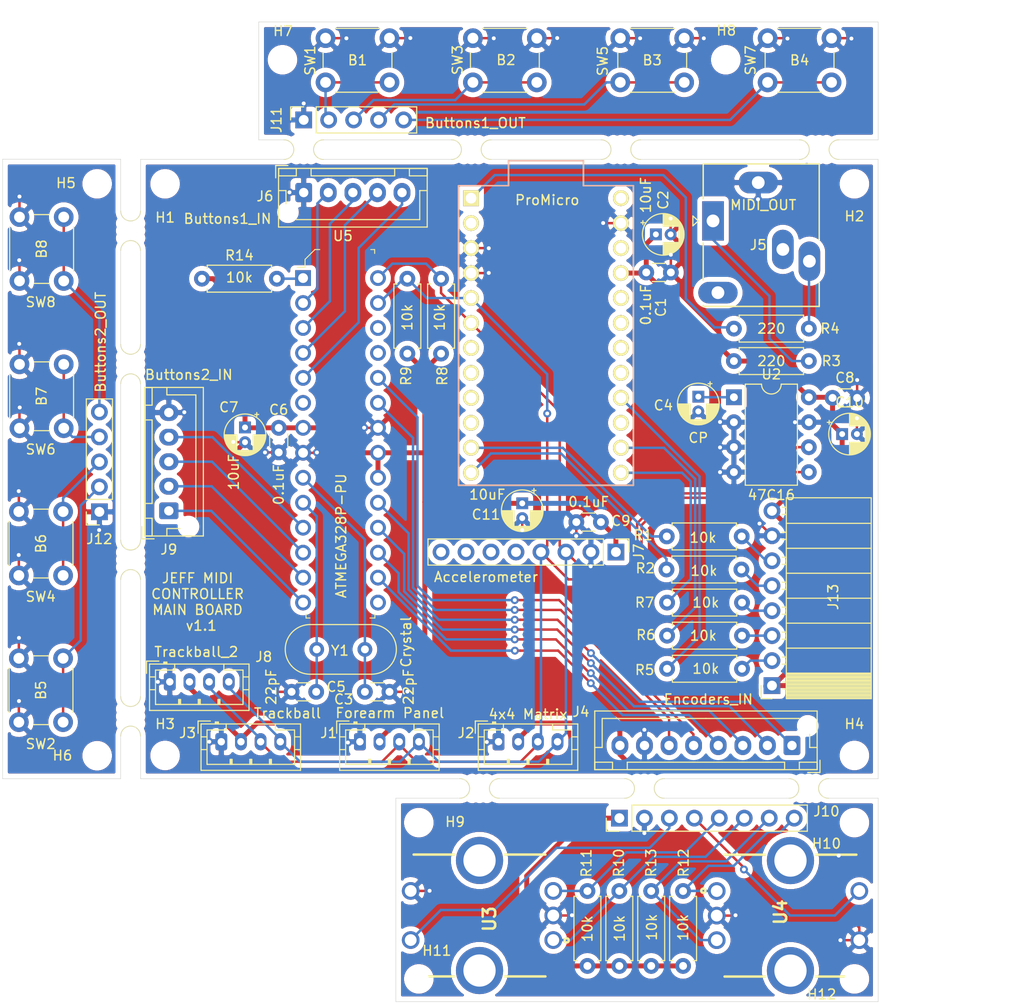
<source format=kicad_pcb>
(kicad_pcb (version 20171130) (host pcbnew "(5.1.4-0-10_14)")
  (layers (0 F.Cu signal) (31 B.Cu signal) (34 B.Paste user) (35 F.Paste user) (36 B.SilkS user) (37 F.SilkS user) (38 B.Mask user) (39 F.Mask user) (44 Edge.Cuts user))
  (net 0 "")
  (net 1 +5V)
  (net 2 GND)
  (net 3 /SCK)
  (net 4 /MOSI)
  (net 5 /DC)
  (net 6 /RST)
  (net 7 /CS)
  (net 8 "Net-(R1-Pad1)")
  (net 9 "Net-(R2-Pad2)")
  (net 10 /MIDI)
  (net 11 "Net-(R5-Pad2)")
  (net 12 "Net-(R6-Pad2)")
  (net 13 "Net-(R7-Pad2)")
  (net 14 "Net-(J7-Pad6)")
  (net 15 "Net-(J7-Pad5)")
  (net 16 "Net-(J5-PadR)")
  (net 17 "Net-(J5-PadT)")
  (net 18 "Net-(U1-Pad22)")
  (net 19 "Net-(U1-Pad20)")
  (net 20 "Net-(U1-Pad19)")
  (net 21 "Net-(U1-Pad18)")
  (net 22 "Net-(U1-Pad17)")
  (net 23 "Net-(U1-Pad10)")
  (net 24 "Net-(U1-Pad9)")
  (net 25 "Net-(U1-Pad8)")
  (net 26 "Net-(U1-Pad7)")
  (net 27 "Net-(U1-Pad2)")
  (net 28 "Net-(C4-Pad1)")
  (net 29 /SCL)
  (net 30 /SDA)
  (net 31 "Net-(U1-Pad15)")
  (net 32 "Net-(C3-Pad1)")
  (net 33 "Net-(C5-Pad1)")
  (net 34 /E2B)
  (net 35 /E2A)
  (net 36 /E1B)
  (net 37 /E1A)
  (net 38 /SW2)
  (net 39 /SW1)
  (net 40 "Net-(J7-Pad8)")
  (net 41 "Net-(J7-Pad7)")
  (net 42 /B8)
  (net 43 /B7)
  (net 44 /B6)
  (net 45 /B5)
  (net 46 /B4)
  (net 47 /B3)
  (net 48 /B2)
  (net 49 /B1)
  (net 50 "Net-(R14-Pad2)")
  (net 51 "Net-(U5-Pad26)")
  (net 52 "Net-(U5-Pad25)")
  (net 53 "Net-(U5-Pad15)")
  (net 54 "Net-(U5-Pad6)")
  (net 55 "Net-(U1-Pad24)")
  (net 56 /E2B_)
  (net 57 /E2A_)
  (net 58 /E1B_)
  (net 59 /E1A_)
  (net 60 /SW2_)
  (net 61 /SW1_)
  (net 62 /B4_)
  (net 63 /B3_)
  (net 64 /B2_)
  (net 65 /B1_)
  (net 66 /B8_)
  (net 67 /B7_)
  (net 68 /B6_)
  (net 69 /B5_)
  (net 70 VCC)
  (module MountingHole:MountingHole_2mm (layer F.Cu) (at 159.512 89.8652)
    (fp_text reference H8 (at 0.0508 -2.9718) (layer F.SilkS))
    (fp_text value MountingHole_2mm)
    (pad "" np_thru_hole circle (at 0 0) (size 2 2) (drill 2) (layers *.Cu *.Mask))
  )
  (module MountingHole:MountingHole_2mm (layer F.Cu) (at 114.427 89.8652)
    (fp_text reference H7 (at 0.0508 -2.921) (layer F.SilkS))
    (fp_text value MountingHole_2mm)
    (pad "" np_thru_hole circle (at 0 0) (size 2 2) (drill 2) (layers *.Cu *.Mask))
  )
  (module MountingHole:MountingHole_2mm (layer F.Cu) (at 172.593 183.388)
    (fp_text reference H12 (at -3.3274 1.5748) (layer F.SilkS))
    (fp_text value MountingHole_2mm)
    (pad "" np_thru_hole circle (at 0 0) (size 2 2) (drill 2) (layers *.Cu *.Mask))
  )
  (module MountingHole:MountingHole_2mm (layer F.Cu) (at 128.2954 183.388)
    (fp_text reference H11 (at 1.8288 -2.8702) (layer F.SilkS))
    (fp_text value MountingHole_2mm)
    (pad "" np_thru_hole circle (at 0 0) (size 2 2) (drill 2) (layers *.Cu *.Mask))
  )
  (module MountingHole:MountingHole_2mm (layer F.Cu) (at 128.2954 167.4876)
    (fp_text reference H9 (at 3.683 -0.0762) (layer F.SilkS))
    (fp_text value MountingHole_2mm)
    (pad "" np_thru_hole circle (at 0 0) (size 2 2) (drill 2) (layers *.Cu *.Mask))
  )
  (module MountingHole:MountingHole_2mm (layer F.Cu) (at 172.593 167.4876)
    (fp_text reference H10 (at -2.8448 2.1336) (layer F.SilkS))
    (fp_text value MountingHole_2mm)
    (pad "" np_thru_hole circle (at 0 0) (size 2 2) (drill 2) (layers *.Cu *.Mask))
  )
  (module MountingHole:MountingHole_2mm (layer F.Cu) (at 95.5802 102.489)
    (fp_text reference H5 (at -3.175 -0.0762) (layer F.SilkS))
    (fp_text value MountingHole_2mm)
    (pad "" np_thru_hole circle (at 0 0) (size 2 2) (drill 2) (layers *.Cu *.Mask))
  )
  (module MountingHole:MountingHole_2mm (layer F.Cu) (at 95.5802 160.6804)
    (fp_text reference H6 (at -3.5306 -0.0254) (layer F.SilkS))
    (fp_text value MountingHole_2mm)
    (pad "" np_thru_hole circle (at 0 0) (size 2 2) (drill 2) (layers *.Cu *.Mask))
  )
  (module Panelization:mouse-bite-2mm-slot (layer F.Cu) (at 167.9448 164.0078)
    (fp_text reference mouse-bite-2mm-slot hide)
    (fp_text value VAL** hide)
    (pad "" np_thru_hole circle (at 0.75 0.75) (size 0.5 0.5) (drill 0.5) (layers *.Cu *.Mask))
    (pad "" np_thru_hole circle (at -0.75 0.75) (size 0.5 0.5) (drill 0.5) (layers *.Cu *.Mask))
    (pad "" np_thru_hole circle (at -0.75 -0.75) (size 0.5 0.5) (drill 0.5) (layers *.Cu *.Mask))
    (pad "" np_thru_hole circle (at 0.75 -0.75) (size 0.5 0.5) (drill 0.5) (layers *.Cu *.Mask))
    (pad "" np_thru_hole circle (at 0 0.75) (size 0.5 0.5) (drill 0.5) (layers *.Cu *.Mask))
    (pad "" np_thru_hole circle (at 0 -0.75) (size 0.5 0.5) (drill 0.5) (layers *.Cu *.Mask))
  )
  (module Panelization:mouse-bite-2mm-slot (layer F.Cu) (at 151.2316 164.0078)
    (fp_text reference mouse-bite-2mm-slot hide)
    (fp_text value VAL** hide)
    (pad "" np_thru_hole circle (at 0.75 0.75) (size 0.5 0.5) (drill 0.5) (layers *.Cu *.Mask))
    (pad "" np_thru_hole circle (at -0.75 0.75) (size 0.5 0.5) (drill 0.5) (layers *.Cu *.Mask))
    (pad "" np_thru_hole circle (at -0.75 -0.75) (size 0.5 0.5) (drill 0.5) (layers *.Cu *.Mask))
    (pad "" np_thru_hole circle (at 0.75 -0.75) (size 0.5 0.5) (drill 0.5) (layers *.Cu *.Mask))
    (pad "" np_thru_hole circle (at 0 0.75) (size 0.5 0.5) (drill 0.5) (layers *.Cu *.Mask))
    (pad "" np_thru_hole circle (at 0 -0.75) (size 0.5 0.5) (drill 0.5) (layers *.Cu *.Mask))
  )
  (module Panelization:mouse-bite-2mm-slot (layer F.Cu) (at 134.4676 164.0078)
    (fp_text reference mouse-bite-2mm-slot hide)
    (fp_text value VAL** hide)
    (pad "" np_thru_hole circle (at 0.75 0.75) (size 0.5 0.5) (drill 0.5) (layers *.Cu *.Mask))
    (pad "" np_thru_hole circle (at -0.75 0.75) (size 0.5 0.5) (drill 0.5) (layers *.Cu *.Mask))
    (pad "" np_thru_hole circle (at -0.75 -0.75) (size 0.5 0.5) (drill 0.5) (layers *.Cu *.Mask))
    (pad "" np_thru_hole circle (at 0.75 -0.75) (size 0.5 0.5) (drill 0.5) (layers *.Cu *.Mask))
    (pad "" np_thru_hole circle (at 0 0.75) (size 0.5 0.5) (drill 0.5) (layers *.Cu *.Mask))
    (pad "" np_thru_hole circle (at 0 -0.75) (size 0.5 0.5) (drill 0.5) (layers *.Cu *.Mask))
  )
  (module Panelization:mouse-bite-2mm-slot (layer F.Cu) (at 148.844 99.0092)
    (fp_text reference mouse-bite-2mm-slot hide)
    (fp_text value VAL** hide)
    (pad "" np_thru_hole circle (at 0.75 0.75) (size 0.5 0.5) (drill 0.5) (layers *.Cu *.Mask))
    (pad "" np_thru_hole circle (at -0.75 0.75) (size 0.5 0.5) (drill 0.5) (layers *.Cu *.Mask))
    (pad "" np_thru_hole circle (at -0.75 -0.75) (size 0.5 0.5) (drill 0.5) (layers *.Cu *.Mask))
    (pad "" np_thru_hole circle (at 0.75 -0.75) (size 0.5 0.5) (drill 0.5) (layers *.Cu *.Mask))
    (pad "" np_thru_hole circle (at 0 0.75) (size 0.5 0.5) (drill 0.5) (layers *.Cu *.Mask))
    (pad "" np_thru_hole circle (at 0 -0.75) (size 0.5 0.5) (drill 0.5) (layers *.Cu *.Mask))
  )
  (module Panelization:mouse-bite-2mm-slot (layer F.Cu) (at 133.6294 99.0092)
    (fp_text reference mouse-bite-2mm-slot hide)
    (fp_text value VAL** hide)
    (pad "" np_thru_hole circle (at 0.75 0.75) (size 0.5 0.5) (drill 0.5) (layers *.Cu *.Mask))
    (pad "" np_thru_hole circle (at -0.75 0.75) (size 0.5 0.5) (drill 0.5) (layers *.Cu *.Mask))
    (pad "" np_thru_hole circle (at -0.75 -0.75) (size 0.5 0.5) (drill 0.5) (layers *.Cu *.Mask))
    (pad "" np_thru_hole circle (at 0.75 -0.75) (size 0.5 0.5) (drill 0.5) (layers *.Cu *.Mask))
    (pad "" np_thru_hole circle (at 0 0.75) (size 0.5 0.5) (drill 0.5) (layers *.Cu *.Mask))
    (pad "" np_thru_hole circle (at 0 -0.75) (size 0.5 0.5) (drill 0.5) (layers *.Cu *.Mask))
  )
  (module Panelization:mouse-bite-2mm-slot (layer F.Cu) (at 169.0116 99.0092)
    (fp_text reference mouse-bite-2mm-slot hide)
    (fp_text value VAL** hide)
    (pad "" np_thru_hole circle (at 0.75 0.75) (size 0.5 0.5) (drill 0.5) (layers *.Cu *.Mask))
    (pad "" np_thru_hole circle (at -0.75 0.75) (size 0.5 0.5) (drill 0.5) (layers *.Cu *.Mask))
    (pad "" np_thru_hole circle (at -0.75 -0.75) (size 0.5 0.5) (drill 0.5) (layers *.Cu *.Mask))
    (pad "" np_thru_hole circle (at 0.75 -0.75) (size 0.5 0.5) (drill 0.5) (layers *.Cu *.Mask))
    (pad "" np_thru_hole circle (at 0 0.75) (size 0.5 0.5) (drill 0.5) (layers *.Cu *.Mask))
    (pad "" np_thru_hole circle (at 0 -0.75) (size 0.5 0.5) (drill 0.5) (layers *.Cu *.Mask))
  )
  (module Panelization:mouse-bite-2mm-slot (layer F.Cu) (at 116.586 99.0092 180)
    (fp_text reference mouse-bite-2mm-slot hide)
    (fp_text value VAL** hide)
    (pad "" np_thru_hole circle (at 0.75 0.75 180) (size 0.5 0.5) (drill 0.5) (layers *.Cu *.Mask))
    (pad "" np_thru_hole circle (at -0.75 0.75 180) (size 0.5 0.5) (drill 0.5) (layers *.Cu *.Mask))
    (pad "" np_thru_hole circle (at -0.75 -0.75 180) (size 0.5 0.5) (drill 0.5) (layers *.Cu *.Mask))
    (pad "" np_thru_hole circle (at 0.75 -0.75 180) (size 0.5 0.5) (drill 0.5) (layers *.Cu *.Mask))
    (pad "" np_thru_hole circle (at 0 0.75 180) (size 0.5 0.5) (drill 0.5) (layers *.Cu *.Mask))
    (pad "" np_thru_hole circle (at 0 -0.75 180) (size 0.5 0.5) (drill 0.5) (layers *.Cu *.Mask))
  )
  (module Panelization:mouse-bite-2mm-slot (layer F.Cu) (at 98.9838 140.7414 90)
    (fp_text reference mouse-bite-2mm-slot hide)
    (fp_text value VAL** hide)
    (pad "" np_thru_hole circle (at 0.75 0.75 90) (size 0.5 0.5) (drill 0.5) (layers *.Cu *.Mask))
    (pad "" np_thru_hole circle (at -0.75 0.75 90) (size 0.5 0.5) (drill 0.5) (layers *.Cu *.Mask))
    (pad "" np_thru_hole circle (at -0.75 -0.75 90) (size 0.5 0.5) (drill 0.5) (layers *.Cu *.Mask))
    (pad "" np_thru_hole circle (at 0.75 -0.75 90) (size 0.5 0.5) (drill 0.5) (layers *.Cu *.Mask))
    (pad "" np_thru_hole circle (at 0 0.75 90) (size 0.5 0.5) (drill 0.5) (layers *.Cu *.Mask))
    (pad "" np_thru_hole circle (at 0 -0.75 90) (size 0.5 0.5) (drill 0.5) (layers *.Cu *.Mask))
  )
  (module Panelization:mouse-bite-2mm-slot (layer F.Cu) (at 98.9838 120.8278 90)
    (fp_text reference mouse-bite-2mm-slot hide)
    (fp_text value VAL** hide)
    (pad "" np_thru_hole circle (at 0.75 0.75 90) (size 0.5 0.5) (drill 0.5) (layers *.Cu *.Mask))
    (pad "" np_thru_hole circle (at -0.75 0.75 90) (size 0.5 0.5) (drill 0.5) (layers *.Cu *.Mask))
    (pad "" np_thru_hole circle (at -0.75 -0.75 90) (size 0.5 0.5) (drill 0.5) (layers *.Cu *.Mask))
    (pad "" np_thru_hole circle (at 0.75 -0.75 90) (size 0.5 0.5) (drill 0.5) (layers *.Cu *.Mask))
    (pad "" np_thru_hole circle (at 0 0.75 90) (size 0.5 0.5) (drill 0.5) (layers *.Cu *.Mask))
    (pad "" np_thru_hole circle (at 0 -0.75 90) (size 0.5 0.5) (drill 0.5) (layers *.Cu *.Mask))
  )
  (module Panelization:mouse-bite-2mm-slot (layer F.Cu) (at 98.9838 156.6672 90)
    (fp_text reference mouse-bite-2mm-slot hide)
    (fp_text value VAL** hide)
    (pad "" np_thru_hole circle (at 0.75 0.75 90) (size 0.5 0.5) (drill 0.5) (layers *.Cu *.Mask))
    (pad "" np_thru_hole circle (at -0.75 0.75 90) (size 0.5 0.5) (drill 0.5) (layers *.Cu *.Mask))
    (pad "" np_thru_hole circle (at -0.75 -0.75 90) (size 0.5 0.5) (drill 0.5) (layers *.Cu *.Mask))
    (pad "" np_thru_hole circle (at 0.75 -0.75 90) (size 0.5 0.5) (drill 0.5) (layers *.Cu *.Mask))
    (pad "" np_thru_hole circle (at 0 0.75 90) (size 0.5 0.5) (drill 0.5) (layers *.Cu *.Mask))
    (pad "" np_thru_hole circle (at 0 -0.75 90) (size 0.5 0.5) (drill 0.5) (layers *.Cu *.Mask))
  )
  (module Panelization:mouse-bite-2mm-slot (layer F.Cu) (at 98.9838 107.2642 90)
    (fp_text reference mouse-bite-2mm-slot hide)
    (fp_text value VAL** hide)
    (pad "" np_thru_hole circle (at 0.75 0.75 90) (size 0.5 0.5) (drill 0.5) (layers *.Cu *.Mask))
    (pad "" np_thru_hole circle (at -0.75 0.75 90) (size 0.5 0.5) (drill 0.5) (layers *.Cu *.Mask))
    (pad "" np_thru_hole circle (at -0.75 -0.75 90) (size 0.5 0.5) (drill 0.5) (layers *.Cu *.Mask))
    (pad "" np_thru_hole circle (at 0.75 -0.75 90) (size 0.5 0.5) (drill 0.5) (layers *.Cu *.Mask))
    (pad "" np_thru_hole circle (at 0 0.75 90) (size 0.5 0.5) (drill 0.5) (layers *.Cu *.Mask))
    (pad "" np_thru_hole circle (at 0 -0.75 90) (size 0.5 0.5) (drill 0.5) (layers *.Cu *.Mask))
  )
  (module Connector_JST:JST_PH_B4B-PH-K_1x04_P2.00mm_Vertical (layer F.Cu) (at 102.966 153.162)
    (fp_text reference J8 (at 9.556 -2.54) (layer F.SilkS))
    (fp_text value Trackball_2 (at 2.698 -3.048) (layer F.SilkS))
    (pad 4 thru_hole oval (at 6 0) (size 1.2 1.75) (drill 0.75) (layers *.Cu *.Mask) (net 29 /SCL))
    (pad 3 thru_hole oval (at 4 0) (size 1.2 1.75) (drill 0.75) (layers *.Cu *.Mask) (net 30 /SDA))
    (pad 2 thru_hole oval (at 2 0) (size 1.2 1.75) (drill 0.75) (layers *.Cu *.Mask) (net 1 +5V))
    (pad 1 thru_hole roundrect (at 0 0) (size 1.2 1.75) (drill 0.75) (layers *.Cu *.Mask) (roundrect_rratio 0.208333) (net 2 GND))
  )
  (module Connector_Audio:Jack_3.5mm_Ledino_KB3SPRS_Horizontal (layer F.Cu) (at 158.214 106.262 270)
    (fp_text reference J5 (at 2.45 -4.6 180) (layer F.SilkS))
    (fp_text value MIDI_OUT (at -1.614 -5.108 180) (layer F.SilkS))
    (pad S thru_hole oval (at -3.9 -4.6 270) (size 2.2 4) (drill 1.3) (layers *.Cu *.Mask) (net 2 GND))
    (pad R thru_hole oval (at 4.1 -9.8 270) (size 4 2.2) (drill 1.3) (layers *.Cu *.Mask) (net 16 "Net-(J5-PadR)"))
    (pad RN thru_hole oval (at 2.9 -7.1 270) (size 4 2.2) (drill 1.3) (layers *.Cu *.Mask))
    (pad TN thru_hole oval (at 7.3 -0.5) (size 4 2.2) (drill 1.3) (layers *.Cu *.Mask))
    (pad T thru_hole rect (at 0 0 270) (size 4 2.2) (drill 1.3) (layers *.Cu *.Mask) (net 17 "Net-(J5-PadT)"))
  )
  (module Connector_PinHeader_2.54mm:PinHeader_1x08_P2.54mm_Vertical (layer F.Cu) (at 148.6916 167.0304 90)
    (fp_text reference J10 (at 0.6858 21.0566 180) (layer F.SilkS))
    (fp_text value Encoders_OUT)
    (pad 8 thru_hole oval (at 0 17.78 90) (size 1.7 1.7) (drill 1) (layers *.Cu *.Mask) (net 56 /E2B_))
    (pad 7 thru_hole oval (at 0 15.24 90) (size 1.7 1.7) (drill 1) (layers *.Cu *.Mask) (net 57 /E2A_))
    (pad 6 thru_hole oval (at 0 12.7 90) (size 1.7 1.7) (drill 1) (layers *.Cu *.Mask) (net 58 /E1B_))
    (pad 5 thru_hole oval (at 0 10.16 90) (size 1.7 1.7) (drill 1) (layers *.Cu *.Mask) (net 59 /E1A_))
    (pad 4 thru_hole oval (at 0 7.62 90) (size 1.7 1.7) (drill 1) (layers *.Cu *.Mask) (net 60 /SW2_))
    (pad 3 thru_hole oval (at 0 5.08 90) (size 1.7 1.7) (drill 1) (layers *.Cu *.Mask) (net 61 /SW1_))
    (pad 2 thru_hole oval (at 0 2.54 90) (size 1.7 1.7) (drill 1) (layers *.Cu *.Mask) (net 2 GND))
    (pad 1 thru_hole rect (at 0 0 90) (size 1.7 1.7) (drill 1) (layers *.Cu *.Mask) (net 70 VCC))
  )
  (module Connector_PinSocket_2.54mm:PinSocket_1x08_P2.54mm_Horizontal (layer F.Cu) (at 164.211 153.543 180)
    (fp_text reference J13 (at -6.223 9.017 90) (layer F.SilkS))
    (fp_text value Display)
    (pad 8 thru_hole oval (at 0 17.78 180) (size 1.7 1.7) (drill 1) (layers *.Cu *.Mask) (net 1 +5V))
    (pad 7 thru_hole oval (at 0 15.24 180) (size 1.7 1.7) (drill 1) (layers *.Cu *.Mask) (net 2 GND))
    (pad 6 thru_hole oval (at 0 12.7 180) (size 1.7 1.7) (drill 1) (layers *.Cu *.Mask) (net 7 /CS))
    (pad 5 thru_hole oval (at 0 10.16 180) (size 1.7 1.7) (drill 1) (layers *.Cu *.Mask) (net 6 /RST))
    (pad 4 thru_hole oval (at 0 7.62 180) (size 1.7 1.7) (drill 1) (layers *.Cu *.Mask) (net 5 /DC))
    (pad 3 thru_hole oval (at 0 5.08 180) (size 1.7 1.7) (drill 1) (layers *.Cu *.Mask) (net 4 /MOSI))
    (pad 2 thru_hole oval (at 0 2.54 180) (size 1.7 1.7) (drill 1) (layers *.Cu *.Mask) (net 3 /SCK))
    (pad 1 thru_hole rect (at 0 0 180) (size 1.7 1.7) (drill 1) (layers *.Cu *.Mask) (net 1 +5V))
  )
  (module Capacitor_THT:CP_Radial_D4.0mm_P1.50mm (layer F.Cu) (at 152.4 107.6325)
    (fp_text reference C2 (at 0.75 -3.4925 90) (layer F.SilkS))
    (fp_text value 10uF (at -1.016 -4.0005 90) (layer F.SilkS))
    (pad 2 thru_hole circle (at 1.5 0) (size 1.2 1.2) (drill 0.6) (layers *.Cu *.Mask) (net 2 GND))
    (pad 1 thru_hole rect (at 0 0) (size 1.2 1.2) (drill 0.6) (layers *.Cu *.Mask) (net 1 +5V))
  )
  (module Capacitor_THT:C_Disc_D3.0mm_W1.6mm_P2.50mm (layer F.Cu) (at 151.424 111.506)
    (fp_text reference C1 (at 1.484 3.556 90) (layer F.SilkS))
    (fp_text value 0.1uF (at -0.04 3.302 90) (layer F.SilkS))
    (pad 2 thru_hole circle (at 2.5 0) (size 1.6 1.6) (drill 0.8) (layers *.Cu *.Mask) (net 2 GND))
    (pad 1 thru_hole circle (at 0 0) (size 1.6 1.6) (drill 0.8) (layers *.Cu *.Mask) (net 1 +5V))
  )
  (module Connector_PinSocket_2.54mm:PinSocket_1x05_P2.54mm_Vertical (layer F.Cu) (at 95.8088 135.8646 180)
    (fp_text reference J12 (at 0 -2.77) (layer F.SilkS))
    (fp_text value Buttons2_OUT (at -0.127 17.272 90) (layer F.SilkS))
    (pad 5 thru_hole oval (at 0 10.16 180) (size 1.7 1.7) (drill 1) (layers *.Cu *.Mask) (net 66 /B8_))
    (pad 4 thru_hole oval (at 0 7.62 180) (size 1.7 1.7) (drill 1) (layers *.Cu *.Mask) (net 67 /B7_))
    (pad 3 thru_hole oval (at 0 5.08 180) (size 1.7 1.7) (drill 1) (layers *.Cu *.Mask) (net 68 /B6_))
    (pad 2 thru_hole oval (at 0 2.54 180) (size 1.7 1.7) (drill 1) (layers *.Cu *.Mask) (net 69 /B5_))
    (pad 1 thru_hole rect (at 0 0 180) (size 1.7 1.7) (drill 1) (layers *.Cu *.Mask) (net 2 GND))
  )
  (module Connector_PinSocket_2.54mm:PinSocket_1x05_P2.54mm_Vertical (layer F.Cu) (at 116.586 95.9866 90)
    (fp_text reference J11 (at 0 -2.77 90) (layer F.SilkS))
    (fp_text value Buttons1_OUT (at -0.3175 17.4625) (layer F.SilkS))
    (pad 5 thru_hole oval (at 0 10.16 90) (size 1.7 1.7) (drill 1) (layers *.Cu *.Mask) (net 62 /B4_))
    (pad 4 thru_hole oval (at 0 7.62 90) (size 1.7 1.7) (drill 1) (layers *.Cu *.Mask) (net 63 /B3_))
    (pad 3 thru_hole oval (at 0 5.08 90) (size 1.7 1.7) (drill 1) (layers *.Cu *.Mask) (net 64 /B2_))
    (pad 2 thru_hole oval (at 0 2.54 90) (size 1.7 1.7) (drill 1) (layers *.Cu *.Mask) (net 65 /B1_))
    (pad 1 thru_hole rect (at 0 0 90) (size 1.7 1.7) (drill 1) (layers *.Cu *.Mask) (net 2 GND))
  )
  (module Connector_JST:JST_XH_B5B-XH-AM_1x05_P2.50mm_Vertical (layer F.Cu) (at 116.586 103.378)
    (fp_text reference J6 (at -3.937 0.381) (layer F.SilkS))
    (fp_text value Buttons1_IN (at -7.747 2.667) (layer F.SilkS))
    (pad "" np_thru_hole circle (at -1.6 2) (size 1.2 1.2) (drill 1.2) (layers *.Cu *.Mask))
    (pad 5 thru_hole oval (at 10 0) (size 1.7 1.95) (drill 0.95) (layers *.Cu *.Mask) (net 46 /B4))
    (pad 4 thru_hole oval (at 7.5 0) (size 1.7 1.95) (drill 0.95) (layers *.Cu *.Mask) (net 47 /B3))
    (pad 3 thru_hole oval (at 5 0) (size 1.7 1.95) (drill 0.95) (layers *.Cu *.Mask) (net 48 /B2))
    (pad 2 thru_hole oval (at 2.5 0) (size 1.7 1.95) (drill 0.95) (layers *.Cu *.Mask) (net 49 /B1))
    (pad 1 thru_hole roundrect (at 0 0) (size 1.7 1.95) (drill 0.95) (layers *.Cu *.Mask) (roundrect_rratio 0.147059) (net 2 GND))
  )
  (module Crystal:Crystal_HC18-U_Vertical (layer F.Cu) (at 122.809 149.86 180)
    (fp_text reference Y1 (at 2.54 -0.127) (layer F.SilkS))
    (fp_text value Crystal (at -4.191 0.762 90) (layer F.SilkS))
    (pad 2 thru_hole circle (at 4.9 0 180) (size 1.5 1.5) (drill 0.8) (layers *.Cu *.Mask) (net 33 "Net-(C5-Pad1)"))
    (pad 1 thru_hole circle (at 0 0 180) (size 1.5 1.5) (drill 0.8) (layers *.Cu *.Mask) (net 32 "Net-(C3-Pad1)"))
  )
  (module digikey-footprints:DIP-28_W7.62mm (layer F.Cu) (at 116.5225 112.0775)
    (fp_text reference U5 (at 4.05 -4.28) (layer F.SilkS))
    (fp_text value ATMEGA328P-PU (at 3.8735 26.2255 90) (layer F.SilkS))
    (pad 28 thru_hole circle (at 7.62 0) (size 1.6 1.6) (drill 1) (layers *.Cu *.Mask) (net 29 /SCL))
    (pad 27 thru_hole circle (at 7.62 2.54) (size 1.6 1.6) (drill 1) (layers *.Cu *.Mask) (net 30 /SDA))
    (pad 26 thru_hole circle (at 7.62 5.08) (size 1.6 1.6) (drill 1) (layers *.Cu *.Mask) (net 51 "Net-(U5-Pad26)"))
    (pad 25 thru_hole circle (at 7.62 7.62) (size 1.6 1.6) (drill 1) (layers *.Cu *.Mask) (net 52 "Net-(U5-Pad25)"))
    (pad 24 thru_hole circle (at 7.62 10.16) (size 1.6 1.6) (drill 1) (layers *.Cu *.Mask) (net 38 /SW2))
    (pad 23 thru_hole circle (at 7.62 12.7) (size 1.6 1.6) (drill 1) (layers *.Cu *.Mask) (net 39 /SW1))
    (pad 22 thru_hole circle (at 7.62 15.24) (size 1.6 1.6) (drill 1) (layers *.Cu *.Mask) (net 2 GND))
    (pad 21 thru_hole circle (at 7.62 17.78) (size 1.6 1.6) (drill 1) (layers *.Cu *.Mask) (net 1 +5V))
    (pad 20 thru_hole circle (at 7.62 20.32) (size 1.6 1.6) (drill 1) (layers *.Cu *.Mask) (net 1 +5V))
    (pad 19 thru_hole circle (at 7.62 22.86) (size 1.6 1.6) (drill 1) (layers *.Cu *.Mask) (net 34 /E2B))
    (pad 18 thru_hole circle (at 7.62 25.4) (size 1.6 1.6) (drill 1) (layers *.Cu *.Mask) (net 35 /E2A))
    (pad 17 thru_hole circle (at 7.62 27.94) (size 1.6 1.6) (drill 1) (layers *.Cu *.Mask) (net 36 /E1B))
    (pad 16 thru_hole circle (at 7.62 30.48) (size 1.6 1.6) (drill 1) (layers *.Cu *.Mask) (net 37 /E1A))
    (pad 15 thru_hole circle (at 7.62 33.02) (size 1.6 1.6) (drill 1) (layers *.Cu *.Mask) (net 53 "Net-(U5-Pad15)"))
    (pad 14 thru_hole circle (at 0 33.02) (size 1.6 1.6) (drill 1) (layers *.Cu *.Mask) (net 42 /B8))
    (pad 13 thru_hole circle (at 0 30.48) (size 1.6 1.6) (drill 1) (layers *.Cu *.Mask) (net 43 /B7))
    (pad 12 thru_hole circle (at 0 27.94) (size 1.6 1.6) (drill 1) (layers *.Cu *.Mask) (net 44 /B6))
    (pad 11 thru_hole circle (at 0 25.4) (size 1.6 1.6) (drill 1) (layers *.Cu *.Mask) (net 45 /B5))
    (pad 10 thru_hole circle (at 0 22.86) (size 1.6 1.6) (drill 1) (layers *.Cu *.Mask) (net 33 "Net-(C5-Pad1)"))
    (pad 9 thru_hole circle (at 0 20.32) (size 1.6 1.6) (drill 1) (layers *.Cu *.Mask) (net 32 "Net-(C3-Pad1)"))
    (pad 8 thru_hole circle (at 0 17.78) (size 1.6 1.6) (drill 1) (layers *.Cu *.Mask) (net 2 GND))
    (pad 7 thru_hole circle (at 0 15.24) (size 1.6 1.6) (drill 1) (layers *.Cu *.Mask) (net 1 +5V))
    (pad 6 thru_hole circle (at 0 12.7) (size 1.6 1.6) (drill 1) (layers *.Cu *.Mask) (net 54 "Net-(U5-Pad6)"))
    (pad 5 thru_hole circle (at 0 10.16) (size 1.6 1.6) (drill 1) (layers *.Cu *.Mask) (net 46 /B4))
    (pad 4 thru_hole circle (at 0 7.62) (size 1.6 1.6) (drill 1) (layers *.Cu *.Mask) (net 47 /B3))
    (pad 3 thru_hole circle (at 0 5.08) (size 1.6 1.6) (drill 1) (layers *.Cu *.Mask) (net 48 /B2))
    (pad 2 thru_hole circle (at 0 2.54) (size 1.6 1.6) (drill 1) (layers *.Cu *.Mask) (net 49 /B1))
    (pad 1 thru_hole rect (at 0 0) (size 1.6 1.6) (drill 1) (layers *.Cu *.Mask) (net 50 "Net-(R14-Pad2)"))
  )
  (module PEC12R-4215F-S0024:PEC12R-4XXXF-SXXXX_1 (layer F.Cu) (at 166.0906 176.9484 270)
    (fp_text reference U4 (at -0.357 1.016 90) (layer F.SilkS) (effects (font (size 1.27 1.27) (thickness 0.254))))
    (fp_text value PEC12R-4130F-S0012 hide)
    (pad 7 thru_hole circle (at -5.6 0 270) (size 4.8 4.8) (drill 3.28) (layers *.Cu *.Mask))
    (pad 6 thru_hole circle (at 5.6 0 270) (size 4.8 4.8) (drill 3.28) (layers *.Cu *.Mask))
    (pad 5 thru_hole circle (at 2.5 -7 270) (size 1.8 1.8) (drill 1.2) (layers *.Cu *.Mask) (net 2 GND))
    (pad 4 thru_hole circle (at -2.5 -7 270) (size 1.8 1.8) (drill 1.2) (layers *.Cu *.Mask) (net 60 /SW2_))
    (pad 3 thru_hole circle (at 0 7.5 270) (size 1.8 1.8) (drill 1.2) (layers *.Cu *.Mask) (net 2 GND))
    (pad 2 thru_hole circle (at 2.5 7.5 270) (size 1.8 1.8) (drill 1.2) (layers *.Cu *.Mask) (net 57 /E2A_))
    (pad 1 thru_hole circle (at -2.5 7.5 270) (size 1.8 1.8) (drill 1.2) (layers *.Cu *.Mask) (net 56 /E2B_))
  )
  (module PEC12R-4215F-S0024:PEC12R-4XXXF-SXXXX_1 (layer F.Cu) (at 134.4676 176.9364 90)
    (fp_text reference U3 (at -0.357 1.016 90) (layer F.SilkS) (effects (font (size 1.27 1.27) (thickness 0.254))))
    (fp_text value PEC12R-4130F-S0012 hide)
    (pad 7 thru_hole circle (at -5.6 0 90) (size 4.8 4.8) (drill 3.28) (layers *.Cu *.Mask))
    (pad 6 thru_hole circle (at 5.6 0 90) (size 4.8 4.8) (drill 3.28) (layers *.Cu *.Mask))
    (pad 5 thru_hole circle (at 2.5 -7 90) (size 1.8 1.8) (drill 1.2) (layers *.Cu *.Mask) (net 2 GND))
    (pad 4 thru_hole circle (at -2.5 -7 90) (size 1.8 1.8) (drill 1.2) (layers *.Cu *.Mask) (net 61 /SW1_))
    (pad 3 thru_hole circle (at 0 7.5 90) (size 1.8 1.8) (drill 1.2) (layers *.Cu *.Mask) (net 2 GND))
    (pad 2 thru_hole circle (at 2.5 7.5 90) (size 1.8 1.8) (drill 1.2) (layers *.Cu *.Mask) (net 59 /E1A_))
    (pad 1 thru_hole circle (at -2.5 7.5 90) (size 1.8 1.8) (drill 1.2) (layers *.Cu *.Mask) (net 58 /E1B_))
  )
  (module Button_Switch_THT:SW_PUSH_6mm_H5mm (layer F.Cu) (at 87.6808 112.3696 90)
    (fp_text reference SW8 (at -2.159 2.159 180) (layer F.SilkS))
    (fp_text value B8 (at 3.25 2.25 90) (layer F.SilkS))
    (pad 1 thru_hole circle (at 6.5 0 180) (size 2 2) (drill 1.1) (layers *.Cu *.Mask) (net 2 GND))
    (pad 2 thru_hole circle (at 6.5 4.5 180) (size 2 2) (drill 1.1) (layers *.Cu *.Mask) (net 66 /B8_))
    (pad 1 thru_hole circle (at 0 0 180) (size 2 2) (drill 1.1) (layers *.Cu *.Mask) (net 2 GND))
    (pad 2 thru_hole circle (at 0 4.5 180) (size 2 2) (drill 1.1) (layers *.Cu *.Mask) (net 66 /B8_))
  )
  (module Button_Switch_THT:SW_PUSH_6mm_H5mm (layer F.Cu) (at 163.7665 87.6681)
    (fp_text reference SW7 (at -1.7399 2.2479 270) (layer F.SilkS))
    (fp_text value B4 (at 3.25 2.25) (layer F.SilkS))
    (pad 1 thru_hole circle (at 6.5 0 90) (size 2 2) (drill 1.1) (layers *.Cu *.Mask) (net 2 GND))
    (pad 2 thru_hole circle (at 6.5 4.5 90) (size 2 2) (drill 1.1) (layers *.Cu *.Mask) (net 62 /B4_))
    (pad 1 thru_hole circle (at 0 0 90) (size 2 2) (drill 1.1) (layers *.Cu *.Mask) (net 2 GND))
    (pad 2 thru_hole circle (at 0 4.5 90) (size 2 2) (drill 1.1) (layers *.Cu *.Mask) (net 62 /B4_))
  )
  (module Button_Switch_THT:SW_PUSH_6mm_H5mm (layer F.Cu) (at 87.6808 127.3556 90)
    (fp_text reference SW6 (at -2.159 2.159 180) (layer F.SilkS))
    (fp_text value B7 (at 3.25 2.25 90) (layer F.SilkS))
    (pad 1 thru_hole circle (at 6.5 0 180) (size 2 2) (drill 1.1) (layers *.Cu *.Mask) (net 2 GND))
    (pad 2 thru_hole circle (at 6.5 4.5 180) (size 2 2) (drill 1.1) (layers *.Cu *.Mask) (net 67 /B7_))
    (pad 1 thru_hole circle (at 0 0 180) (size 2 2) (drill 1.1) (layers *.Cu *.Mask) (net 2 GND))
    (pad 2 thru_hole circle (at 0 4.5 180) (size 2 2) (drill 1.1) (layers *.Cu *.Mask) (net 67 /B7_))
  )
  (module Button_Switch_THT:SW_PUSH_6mm_H5mm (layer F.Cu) (at 148.7805 87.6681)
    (fp_text reference SW5 (at -1.7907 2.3241 270) (layer F.SilkS))
    (fp_text value B3 (at 3.25 2.25) (layer F.SilkS))
    (pad 1 thru_hole circle (at 6.5 0 90) (size 2 2) (drill 1.1) (layers *.Cu *.Mask) (net 2 GND))
    (pad 2 thru_hole circle (at 6.5 4.5 90) (size 2 2) (drill 1.1) (layers *.Cu *.Mask) (net 63 /B3_))
    (pad 1 thru_hole circle (at 0 0 90) (size 2 2) (drill 1.1) (layers *.Cu *.Mask) (net 2 GND))
    (pad 2 thru_hole circle (at 0 4.5 90) (size 2 2) (drill 1.1) (layers *.Cu *.Mask) (net 63 /B3_))
  )
  (module Button_Switch_THT:SW_PUSH_6mm_H5mm (layer F.Cu) (at 87.6173 142.3416 90)
    (fp_text reference SW4 (at -2.159 2.2225 180) (layer F.SilkS))
    (fp_text value B6 (at 3.25 2.25 90) (layer F.SilkS))
    (pad 1 thru_hole circle (at 6.5 0 180) (size 2 2) (drill 1.1) (layers *.Cu *.Mask) (net 2 GND))
    (pad 2 thru_hole circle (at 6.5 4.5 180) (size 2 2) (drill 1.1) (layers *.Cu *.Mask) (net 68 /B6_))
    (pad 1 thru_hole circle (at 0 0 180) (size 2 2) (drill 1.1) (layers *.Cu *.Mask) (net 2 GND))
    (pad 2 thru_hole circle (at 0 4.5 180) (size 2 2) (drill 1.1) (layers *.Cu *.Mask) (net 68 /B6_))
  )
  (module Button_Switch_THT:SW_PUSH_6mm_H5mm (layer F.Cu) (at 133.7945 87.6681)
    (fp_text reference SW3 (at -1.5621 2.2225 270) (layer F.SilkS))
    (fp_text value B2 (at 3.3655 2.2225) (layer F.SilkS))
    (pad 1 thru_hole circle (at 6.5 0 90) (size 2 2) (drill 1.1) (layers *.Cu *.Mask) (net 2 GND))
    (pad 2 thru_hole circle (at 6.5 4.5 90) (size 2 2) (drill 1.1) (layers *.Cu *.Mask) (net 64 /B2_))
    (pad 1 thru_hole circle (at 0 0 90) (size 2 2) (drill 1.1) (layers *.Cu *.Mask) (net 2 GND))
    (pad 2 thru_hole circle (at 0 4.5 90) (size 2 2) (drill 1.1) (layers *.Cu *.Mask) (net 64 /B2_))
  )
  (module Button_Switch_THT:SW_PUSH_6mm_H5mm (layer F.Cu) (at 87.6173 157.2641 90)
    (fp_text reference SW2 (at -2.2225 2.2225 180) (layer F.SilkS))
    (fp_text value B5 (at 3.25 2.25 90) (layer F.SilkS))
    (pad 1 thru_hole circle (at 6.5 0 180) (size 2 2) (drill 1.1) (layers *.Cu *.Mask) (net 2 GND))
    (pad 2 thru_hole circle (at 6.5 4.5 180) (size 2 2) (drill 1.1) (layers *.Cu *.Mask) (net 69 /B5_))
    (pad 1 thru_hole circle (at 0 0 180) (size 2 2) (drill 1.1) (layers *.Cu *.Mask) (net 2 GND))
    (pad 2 thru_hole circle (at 0 4.5 180) (size 2 2) (drill 1.1) (layers *.Cu *.Mask) (net 69 /B5_))
  )
  (module Button_Switch_THT:SW_PUSH_6mm_H5mm (layer F.Cu) (at 118.8085 87.6681)
    (fp_text reference SW1 (at -1.5621 2.2733 90) (layer F.SilkS))
    (fp_text value B1 (at 3.25 2.25) (layer F.SilkS))
    (pad 1 thru_hole circle (at 6.5 0 90) (size 2 2) (drill 1.1) (layers *.Cu *.Mask) (net 2 GND))
    (pad 2 thru_hole circle (at 6.5 4.5 90) (size 2 2) (drill 1.1) (layers *.Cu *.Mask) (net 65 /B1_))
    (pad 1 thru_hole circle (at 0 0 90) (size 2 2) (drill 1.1) (layers *.Cu *.Mask) (net 2 GND))
    (pad 2 thru_hole circle (at 0 4.5 90) (size 2 2) (drill 1.1) (layers *.Cu *.Mask) (net 65 /B1_))
  )
  (module Resistor_THT:R_Axial_DIN0207_L6.3mm_D2.5mm_P7.62mm_Horizontal (layer F.Cu) (at 106.2355 112.141)
    (fp_text reference R14 (at 3.81 -2.37) (layer F.SilkS))
    (fp_text value 10k (at 3.81 -0.127) (layer F.SilkS))
    (pad 2 thru_hole oval (at 7.62 0) (size 1.6 1.6) (drill 0.8) (layers *.Cu *.Mask) (net 50 "Net-(R14-Pad2)"))
    (pad 1 thru_hole circle (at 0 0) (size 1.6 1.6) (drill 0.8) (layers *.Cu *.Mask) (net 1 +5V))
  )
  (module Resistor_THT:R_Axial_DIN0207_L6.3mm_D2.5mm_P7.62mm_Horizontal (layer F.Cu) (at 151.925866 174.4472 270)
    (fp_text reference R13 (at -2.8702 0.008466 90) (layer F.SilkS))
    (fp_text value 10k (at 3.683 -0.067734 90) (layer F.SilkS))
    (pad 2 thru_hole oval (at 7.62 0 270) (size 1.6 1.6) (drill 0.8) (layers *.Cu *.Mask) (net 70 VCC))
    (pad 1 thru_hole circle (at 0 0 270) (size 1.6 1.6) (drill 0.8) (layers *.Cu *.Mask) (net 57 /E2A_))
  )
  (module Resistor_THT:R_Axial_DIN0207_L6.3mm_D2.5mm_P7.62mm_Horizontal (layer F.Cu) (at 155.1686 174.4472 270)
    (fp_text reference R12 (at -2.8702 -0.0508 90) (layer F.SilkS))
    (fp_text value 10k (at 3.7084 0 90) (layer F.SilkS))
    (pad 2 thru_hole oval (at 7.62 0 270) (size 1.6 1.6) (drill 0.8) (layers *.Cu *.Mask) (net 70 VCC))
    (pad 1 thru_hole circle (at 0 0 270) (size 1.6 1.6) (drill 0.8) (layers *.Cu *.Mask) (net 56 /E2B_))
  )
  (module Resistor_THT:R_Axial_DIN0207_L6.3mm_D2.5mm_P7.62mm_Horizontal (layer F.Cu) (at 145.4404 174.4472 270)
    (fp_text reference R11 (at -2.8448 0.1016 90) (layer F.SilkS))
    (fp_text value 10k (at 3.8354 0 90) (layer F.SilkS))
    (pad 2 thru_hole oval (at 7.62 0 270) (size 1.6 1.6) (drill 0.8) (layers *.Cu *.Mask) (net 70 VCC))
    (pad 1 thru_hole circle (at 0 0 270) (size 1.6 1.6) (drill 0.8) (layers *.Cu *.Mask) (net 59 /E1A_))
  )
  (module Resistor_THT:R_Axial_DIN0207_L6.3mm_D2.5mm_P7.62mm_Horizontal (layer F.Cu) (at 148.683133 174.4472 270)
    (fp_text reference R10 (at -2.8702 0.042333 90) (layer F.SilkS))
    (fp_text value 10k (at 3.81 -0.033867 90) (layer F.SilkS))
    (pad 2 thru_hole oval (at 7.62 0 270) (size 1.6 1.6) (drill 0.8) (layers *.Cu *.Mask) (net 70 VCC))
    (pad 1 thru_hole circle (at 0 0 270) (size 1.6 1.6) (drill 0.8) (layers *.Cu *.Mask) (net 58 /E1B_))
  )
  (module Connector_JST:JST_XH_B5B-XH-AM_1x05_P2.50mm_Vertical (layer F.Cu) (at 102.87 135.763 90)
    (fp_text reference J9 (at -3.937 0 180) (layer F.SilkS))
    (fp_text value Buttons2_IN (at 13.843 2.032) (layer F.SilkS))
    (pad "" np_thru_hole circle (at -1.6 2 90) (size 1.2 1.2) (drill 1.2) (layers *.Cu *.Mask))
    (pad 5 thru_hole oval (at 10 0 90) (size 1.7 1.95) (drill 0.95) (layers *.Cu *.Mask) (net 2 GND))
    (pad 4 thru_hole oval (at 7.5 0 90) (size 1.7 1.95) (drill 0.95) (layers *.Cu *.Mask) (net 45 /B5))
    (pad 3 thru_hole oval (at 5 0 90) (size 1.7 1.95) (drill 0.95) (layers *.Cu *.Mask) (net 44 /B6))
    (pad 2 thru_hole oval (at 2.5 0 90) (size 1.7 1.95) (drill 0.95) (layers *.Cu *.Mask) (net 43 /B7))
    (pad 1 thru_hole roundrect (at 0 0 90) (size 1.7 1.95) (drill 0.95) (layers *.Cu *.Mask) (roundrect_rratio 0.147059) (net 42 /B8))
  )
  (module Connector_JST:JST_XH_B8B-XH-AM_1x08_P2.50mm_Vertical (layer F.Cu) (at 166.243 159.639 180)
    (fp_text reference J4 (at 21.463 3.429) (layer F.SilkS))
    (fp_text value Encoders_IN (at 8.509 4.699) (layer F.SilkS))
    (pad "" np_thru_hole circle (at -1.6 2 180) (size 1.2 1.2) (drill 1.2) (layers *.Cu *.Mask))
    (pad 8 thru_hole oval (at 17.5 0 180) (size 1.7 1.95) (drill 0.95) (layers *.Cu *.Mask) (net 1 +5V))
    (pad 7 thru_hole oval (at 15 0 180) (size 1.7 1.95) (drill 0.95) (layers *.Cu *.Mask) (net 2 GND))
    (pad 6 thru_hole oval (at 12.5 0 180) (size 1.7 1.95) (drill 0.95) (layers *.Cu *.Mask) (net 39 /SW1))
    (pad 5 thru_hole oval (at 10 0 180) (size 1.7 1.95) (drill 0.95) (layers *.Cu *.Mask) (net 38 /SW2))
    (pad 4 thru_hole oval (at 7.5 0 180) (size 1.7 1.95) (drill 0.95) (layers *.Cu *.Mask) (net 37 /E1A))
    (pad 3 thru_hole oval (at 5 0 180) (size 1.7 1.95) (drill 0.95) (layers *.Cu *.Mask) (net 36 /E1B))
    (pad 2 thru_hole oval (at 2.5 0 180) (size 1.7 1.95) (drill 0.95) (layers *.Cu *.Mask) (net 35 /E2A))
    (pad 1 thru_hole roundrect (at 0 0 180) (size 1.7 1.95) (drill 0.95) (layers *.Cu *.Mask) (roundrect_rratio 0.147059) (net 34 /E2B))
  )
  (module Capacitor_THT:CP_Radial_D4.0mm_P1.50mm (layer F.Cu) (at 138.811 135.001 270)
    (fp_text reference C11 (at 1.143 3.683 180) (layer F.SilkS))
    (fp_text value 10uF (at -0.889 3.556 180) (layer F.SilkS))
    (pad 2 thru_hole circle (at 1.5 0 270) (size 1.2 1.2) (drill 0.6) (layers *.Cu *.Mask) (net 2 GND))
    (pad 1 thru_hole rect (at 0 0 270) (size 1.2 1.2) (drill 0.6) (layers *.Cu *.Mask) (net 1 +5V))
  )
  (module Capacitor_THT:CP_Radial_D4.0mm_P1.50mm (layer F.Cu) (at 171.347 127.9525)
    (fp_text reference C10 (at 0.75 -3.25) (layer F.SilkS))
    (fp_text value 10uF)
    (pad 2 thru_hole circle (at 1.5 0) (size 1.2 1.2) (drill 0.6) (layers *.Cu *.Mask) (net 2 GND))
    (pad 1 thru_hole rect (at 0 0) (size 1.2 1.2) (drill 0.6) (layers *.Cu *.Mask) (net 1 +5V))
  )
  (module Capacitor_THT:C_Disc_D3.0mm_W1.6mm_P2.50mm (layer F.Cu) (at 146.812 136.906 180)
    (fp_text reference C9 (at -2.032 0.127) (layer F.SilkS))
    (fp_text value 0.1uF (at 1.25 2.05) (layer F.SilkS))
    (pad 2 thru_hole circle (at 2.5 0 180) (size 1.6 1.6) (drill 0.8) (layers *.Cu *.Mask) (net 2 GND))
    (pad 1 thru_hole circle (at 0 0 180) (size 1.6 1.6) (drill 0.8) (layers *.Cu *.Mask) (net 1 +5V))
  )
  (module Capacitor_THT:C_Disc_D3.0mm_W1.6mm_P2.50mm (layer F.Cu) (at 170.3705 124.2695)
    (fp_text reference C8 (at 1.25 -2.05) (layer F.SilkS))
    (fp_text value 0.1uF)
    (pad 2 thru_hole circle (at 2.5 0) (size 1.6 1.6) (drill 0.8) (layers *.Cu *.Mask) (net 2 GND))
    (pad 1 thru_hole circle (at 0 0) (size 1.6 1.6) (drill 0.8) (layers *.Cu *.Mask) (net 1 +5V))
  )
  (module Capacitor_THT:CP_Radial_D4.0mm_P1.50mm (layer F.Cu) (at 110.617 127.278 270)
    (fp_text reference C7 (at -2.056 1.651 180) (layer F.SilkS))
    (fp_text value 10uF (at 4.548 1.143 90) (layer F.SilkS))
    (pad 2 thru_hole circle (at 1.5 0 270) (size 1.2 1.2) (drill 0.6) (layers *.Cu *.Mask) (net 2 GND))
    (pad 1 thru_hole rect (at 0 0 270) (size 1.2 1.2) (drill 0.6) (layers *.Cu *.Mask) (net 1 +5V))
  )
  (module Capacitor_THT:C_Disc_D3.0mm_W1.6mm_P2.50mm (layer F.Cu) (at 114.046 127.3175 270)
    (fp_text reference C6 (at -1.8415 0 180) (layer F.SilkS))
    (fp_text value 0.1uF (at 5.7785 0 90) (layer F.SilkS))
    (pad 2 thru_hole circle (at 2.5 0 270) (size 1.6 1.6) (drill 0.8) (layers *.Cu *.Mask) (net 2 GND))
    (pad 1 thru_hole circle (at 0 0 270) (size 1.6 1.6) (drill 0.8) (layers *.Cu *.Mask) (net 1 +5V))
  )
  (module Capacitor_THT:C_Disc_D3.0mm_W1.6mm_P2.50mm (layer F.Cu) (at 117.856 154.178 180)
    (fp_text reference C5 (at -2.032 0.508) (layer F.SilkS))
    (fp_text value 22pF (at 4.572 0.508 90) (layer F.SilkS))
    (pad 2 thru_hole circle (at 2.5 0 180) (size 1.6 1.6) (drill 0.8) (layers *.Cu *.Mask) (net 2 GND))
    (pad 1 thru_hole circle (at 0 0 180) (size 1.6 1.6) (drill 0.8) (layers *.Cu *.Mask) (net 33 "Net-(C5-Pad1)"))
  )
  (module Capacitor_THT:C_Disc_D3.0mm_W1.6mm_P2.50mm (layer F.Cu) (at 122.809 154.178)
    (fp_text reference C3 (at -2.159 0.762) (layer F.SilkS))
    (fp_text value 22pF (at 4.445 -0.508 90) (layer F.SilkS))
    (pad 2 thru_hole circle (at 2.5 0) (size 1.6 1.6) (drill 0.8) (layers *.Cu *.Mask) (net 2 GND))
    (pad 1 thru_hole circle (at 0 0) (size 1.6 1.6) (drill 0.8) (layers *.Cu *.Mask) (net 32 "Net-(C3-Pad1)"))
  )
  (module promicro:ProMicro (layer F.Cu) (at 141.224 117.9195 270)
    (fp_text reference U1 hide)
    (fp_text value ProMicro (at -13.7795 -0.127 180) (layer F.SilkS))
    (pad 24 thru_hole circle (at -13.97 -7.62 270) (size 1.6 1.6) (drill 1.1) (layers *.Cu *.Mask F.SilkS) (net 55 "Net-(U1-Pad24)"))
    (pad 23 thru_hole circle (at -11.43 -7.62 270) (size 1.6 1.6) (drill 1.1) (layers *.Cu *.Mask F.SilkS) (net 2 GND))
    (pad 22 thru_hole circle (at -8.89 -7.62 270) (size 1.6 1.6) (drill 1.1) (layers *.Cu *.Mask F.SilkS) (net 18 "Net-(U1-Pad22)"))
    (pad 21 thru_hole circle (at -6.35 -7.62 270) (size 1.6 1.6) (drill 1.1) (layers *.Cu *.Mask F.SilkS) (net 1 +5V))
    (pad 20 thru_hole circle (at -3.81 -7.62 270) (size 1.6 1.6) (drill 1.1) (layers *.Cu *.Mask F.SilkS) (net 19 "Net-(U1-Pad20)"))
    (pad 19 thru_hole circle (at -1.27 -7.62 270) (size 1.6 1.6) (drill 1.1) (layers *.Cu *.Mask F.SilkS) (net 20 "Net-(U1-Pad19)"))
    (pad 18 thru_hole circle (at 1.27 -7.62 270) (size 1.6 1.6) (drill 1.1) (layers *.Cu *.Mask F.SilkS) (net 21 "Net-(U1-Pad18)"))
    (pad 17 thru_hole circle (at 3.81 -7.62 270) (size 1.6 1.6) (drill 1.1) (layers *.Cu *.Mask F.SilkS) (net 22 "Net-(U1-Pad17)"))
    (pad 16 thru_hole circle (at 6.35 -7.62 270) (size 1.6 1.6) (drill 1.1) (layers *.Cu *.Mask F.SilkS) (net 11 "Net-(R5-Pad2)"))
    (pad 15 thru_hole circle (at 8.89 -7.62 270) (size 1.6 1.6) (drill 1.1) (layers *.Cu *.Mask F.SilkS) (net 31 "Net-(U1-Pad15)"))
    (pad 14 thru_hole circle (at 11.43 -7.62 270) (size 1.6 1.6) (drill 1.1) (layers *.Cu *.Mask F.SilkS) (net 12 "Net-(R6-Pad2)"))
    (pad 13 thru_hole circle (at 13.97 -7.62 270) (size 1.6 1.6) (drill 1.1) (layers *.Cu *.Mask F.SilkS) (net 13 "Net-(R7-Pad2)"))
    (pad 12 thru_hole circle (at 13.97 7.62 270) (size 1.6 1.6) (drill 1.1) (layers *.Cu *.Mask F.SilkS) (net 9 "Net-(R2-Pad2)"))
    (pad 11 thru_hole circle (at 11.43 7.62 270) (size 1.6 1.6) (drill 1.1) (layers *.Cu *.Mask F.SilkS) (net 8 "Net-(R1-Pad1)"))
    (pad 10 thru_hole circle (at 8.89 7.62 270) (size 1.6 1.6) (drill 1.1) (layers *.Cu *.Mask F.SilkS) (net 23 "Net-(U1-Pad10)"))
    (pad 9 thru_hole circle (at 6.35 7.62 270) (size 1.6 1.6) (drill 1.1) (layers *.Cu *.Mask F.SilkS) (net 24 "Net-(U1-Pad9)"))
    (pad 8 thru_hole circle (at 3.81 7.62 270) (size 1.6 1.6) (drill 1.1) (layers *.Cu *.Mask F.SilkS) (net 25 "Net-(U1-Pad8)"))
    (pad 7 thru_hole circle (at 1.27 7.62 270) (size 1.6 1.6) (drill 1.1) (layers *.Cu *.Mask F.SilkS) (net 26 "Net-(U1-Pad7)"))
    (pad 6 thru_hole circle (at -1.27 7.62 270) (size 1.6 1.6) (drill 1.1) (layers *.Cu *.Mask F.SilkS) (net 29 /SCL))
    (pad 5 thru_hole circle (at -3.81 7.62 270) (size 1.6 1.6) (drill 1.1) (layers *.Cu *.Mask F.SilkS) (net 30 /SDA))
    (pad 4 thru_hole circle (at -6.35 7.62 270) (size 1.6 1.6) (drill 1.1) (layers *.Cu *.Mask F.SilkS) (net 2 GND))
    (pad 3 thru_hole circle (at -8.89 7.62 270) (size 1.6 1.6) (drill 1.1) (layers *.Cu *.Mask F.SilkS) (net 2 GND))
    (pad 2 thru_hole circle (at -11.43 7.62 270) (size 1.6 1.6) (drill 1.1) (layers *.Cu *.Mask F.SilkS) (net 27 "Net-(U1-Pad2)"))
    (pad 1 thru_hole rect (at -13.97 7.62 270) (size 1.6 1.6) (drill 1.1) (layers *.Cu *.Mask F.SilkS) (net 10 /MIDI))
  )
  (module Resistor_THT:R_Axial_DIN0207_L6.3mm_D2.5mm_P7.62mm_Horizontal (layer F.Cu) (at 130.556 112.141 270)
    (fp_text reference R9 (at 9.906 3.556 90) (layer F.SilkS))
    (fp_text value 10k (at 3.937 0.141 90) (layer F.SilkS))
    (pad 2 thru_hole oval (at 7.62 0 270) (size 1.6 1.6) (drill 0.8) (layers *.Cu *.Mask) (net 1 +5V))
    (pad 1 thru_hole circle (at 0 0 270) (size 1.6 1.6) (drill 0.8) (layers *.Cu *.Mask) (net 29 /SCL))
  )
  (module Resistor_THT:R_Axial_DIN0207_L6.3mm_D2.5mm_P7.62mm_Horizontal (layer F.Cu) (at 127.127 112.141 270)
    (fp_text reference R8 (at 9.906 -3.556 270) (layer F.SilkS))
    (fp_text value 10k (at 3.937 0 90) (layer F.SilkS))
    (pad 2 thru_hole oval (at 7.62 0 270) (size 1.6 1.6) (drill 0.8) (layers *.Cu *.Mask) (net 1 +5V))
    (pad 1 thru_hole circle (at 0 0 270) (size 1.6 1.6) (drill 0.8) (layers *.Cu *.Mask) (net 30 /SDA))
  )
  (module Package_DIP:DIP-8_W7.62mm (layer F.Cu) (at 160.335699 124.2045)
    (fp_text reference U2 (at 3.81 -2.33) (layer F.SilkS))
    (fp_text value 47C16 (at 3.81 9.95) (layer F.SilkS))
    (pad 8 thru_hole oval (at 7.62 0) (size 1.6 1.6) (drill 0.8) (layers *.Cu *.Mask) (net 1 +5V))
    (pad 4 thru_hole oval (at 0 7.62) (size 1.6 1.6) (drill 0.8) (layers *.Cu *.Mask) (net 2 GND))
    (pad 7 thru_hole oval (at 7.62 2.54) (size 1.6 1.6) (drill 0.8) (layers *.Cu *.Mask) (net 2 GND))
    (pad 3 thru_hole oval (at 0 5.08) (size 1.6 1.6) (drill 0.8) (layers *.Cu *.Mask) (net 2 GND))
    (pad 6 thru_hole oval (at 7.62 5.08) (size 1.6 1.6) (drill 0.8) (layers *.Cu *.Mask) (net 29 /SCL))
    (pad 2 thru_hole oval (at 0 2.54) (size 1.6 1.6) (drill 0.8) (layers *.Cu *.Mask) (net 2 GND))
    (pad 5 thru_hole oval (at 7.62 7.62) (size 1.6 1.6) (drill 0.8) (layers *.Cu *.Mask) (net 30 /SDA))
    (pad 1 thru_hole rect (at 0 0) (size 1.6 1.6) (drill 0.8) (layers *.Cu *.Mask) (net 28 "Net-(C4-Pad1)"))
  )
  (module Capacitor_THT:CP_Radial_D4.0mm_P1.50mm (layer F.Cu) (at 156.718 124.1425 270)
    (fp_text reference C4 (at 0.889 3.556 180) (layer F.SilkS))
    (fp_text value CP (at 4.191 0 180) (layer F.SilkS))
    (pad 2 thru_hole circle (at 1.5 0 270) (size 1.2 1.2) (drill 0.6) (layers *.Cu *.Mask) (net 2 GND))
    (pad 1 thru_hole rect (at 0 0 270) (size 1.2 1.2) (drill 0.6) (layers *.Cu *.Mask) (net 28 "Net-(C4-Pad1)"))
  )
  (module MountingHole:MountingHole_2mm (layer F.Cu) (at 172.593 160.655)
    (fp_text reference H4 (at 0 -3.2) (layer F.SilkS))
    (fp_text value MountingHole)
    (pad "" np_thru_hole circle (at 0 0) (size 2 2) (drill 2) (layers *.Cu *.Mask))
  )
  (module MountingHole:MountingHole_2mm (layer F.Cu) (at 102.489 160.655)
    (fp_text reference H3 (at 0 -3.2) (layer F.SilkS))
    (fp_text value MountingHole)
    (pad "" np_thru_hole circle (at 0 0) (size 2 2) (drill 2) (layers *.Cu *.Mask))
  )
  (module MountingHole:MountingHole_2mm (layer F.Cu) (at 172.593 102.489)
    (fp_text reference H2 (at 0 3.302) (layer F.SilkS))
    (fp_text value MountingHole)
    (pad "" np_thru_hole circle (at 0 0) (size 2 2) (drill 2) (layers *.Cu *.Mask))
  )
  (module MountingHole:MountingHole_2mm (layer F.Cu) (at 102.489 102.489)
    (fp_text reference H1 (at 0 3.429) (layer F.SilkS))
    (fp_text value MountingHole)
    (pad "" np_thru_hole circle (at 0 0) (size 2 2) (drill 2) (layers *.Cu *.Mask))
  )
  (module Resistor_THT:R_Axial_DIN0207_L6.3mm_D2.5mm_P7.62mm_Horizontal (layer F.Cu) (at 160.3375 117.221)
    (fp_text reference R4 (at 9.779 0) (layer F.SilkS))
    (fp_text value 220 (at 3.81 0) (layer F.SilkS))
    (pad 2 thru_hole oval (at 7.62 0) (size 1.6 1.6) (drill 0.8) (layers *.Cu *.Mask) (net 16 "Net-(J5-PadR)"))
    (pad 1 thru_hole circle (at 0 0) (size 1.6 1.6) (drill 0.8) (layers *.Cu *.Mask) (net 10 /MIDI))
  )
  (module Resistor_THT:R_Axial_DIN0207_L6.3mm_D2.5mm_P7.62mm_Horizontal (layer F.Cu) (at 160.3375 120.523)
    (fp_text reference R3 (at 9.906 0) (layer F.SilkS))
    (fp_text value 220 (at 3.81 0) (layer F.SilkS))
    (pad 2 thru_hole oval (at 7.62 0) (size 1.6 1.6) (drill 0.8) (layers *.Cu *.Mask) (net 17 "Net-(J5-PadT)"))
    (pad 1 thru_hole circle (at 0 0) (size 1.6 1.6) (drill 0.8) (layers *.Cu *.Mask) (net 1 +5V))
  )
  (module Resistor_THT:R_Axial_DIN0207_L6.3mm_D2.5mm_P7.62mm_Horizontal (layer F.Cu) (at 161.163 145.0975 180)
    (fp_text reference R7 (at 9.906 0) (layer F.SilkS))
    (fp_text value 10k (at 3.683 0) (layer F.SilkS))
    (pad 2 thru_hole oval (at 7.62 0 180) (size 1.6 1.6) (drill 0.8) (layers *.Cu *.Mask) (net 13 "Net-(R7-Pad2)"))
    (pad 1 thru_hole circle (at 0 0 180) (size 1.6 1.6) (drill 0.8) (layers *.Cu *.Mask) (net 5 /DC))
  )
  (module Resistor_THT:R_Axial_DIN0207_L6.3mm_D2.5mm_P7.62mm_Horizontal (layer F.Cu) (at 161.163 148.463 180)
    (fp_text reference R6 (at 9.779 0.0635) (layer F.SilkS))
    (fp_text value 10k (at 3.937 0) (layer F.SilkS))
    (pad 2 thru_hole oval (at 7.62 0 180) (size 1.6 1.6) (drill 0.8) (layers *.Cu *.Mask) (net 12 "Net-(R6-Pad2)"))
    (pad 1 thru_hole circle (at 0 0 180) (size 1.6 1.6) (drill 0.8) (layers *.Cu *.Mask) (net 4 /MOSI))
  )
  (module Resistor_THT:R_Axial_DIN0207_L6.3mm_D2.5mm_P7.62mm_Horizontal (layer F.Cu) (at 161.163 151.8285 180)
    (fp_text reference R5 (at 9.906 -0.127) (layer F.SilkS))
    (fp_text value 10k (at 3.683 0) (layer F.SilkS))
    (pad 2 thru_hole oval (at 7.62 0 180) (size 1.6 1.6) (drill 0.8) (layers *.Cu *.Mask) (net 11 "Net-(R5-Pad2)"))
    (pad 1 thru_hole circle (at 0 0 180) (size 1.6 1.6) (drill 0.8) (layers *.Cu *.Mask) (net 3 /SCK))
  )
  (module Resistor_THT:R_Axial_DIN0207_L6.3mm_D2.5mm_P7.62mm_Horizontal (layer F.Cu) (at 161.0995 141.732 180)
    (fp_text reference R2 (at 9.779 0.127) (layer F.SilkS))
    (fp_text value 10k (at 3.81 -0.127) (layer F.SilkS))
    (pad 2 thru_hole oval (at 7.62 0 180) (size 1.6 1.6) (drill 0.8) (layers *.Cu *.Mask) (net 9 "Net-(R2-Pad2)"))
    (pad 1 thru_hole circle (at 0 0 180) (size 1.6 1.6) (drill 0.8) (layers *.Cu *.Mask) (net 6 /RST))
  )
  (module Resistor_THT:R_Axial_DIN0207_L6.3mm_D2.5mm_P7.62mm_Horizontal (layer F.Cu) (at 153.51125 138.3665)
    (fp_text reference R1 (at -2.413 -0.127) (layer F.SilkS))
    (fp_text value 10k (at 3.683 0.127) (layer F.SilkS))
    (pad 2 thru_hole oval (at 7.62 0) (size 1.6 1.6) (drill 0.8) (layers *.Cu *.Mask) (net 7 /CS))
    (pad 1 thru_hole circle (at 0 0) (size 1.6 1.6) (drill 0.8) (layers *.Cu *.Mask) (net 8 "Net-(R1-Pad1)"))
  )
  (module Connector_PinHeader_2.54mm:PinHeader_1x08_P2.54mm_Vertical (layer F.Cu) (at 148.336 139.954 270)
    (fp_text reference J7 (at 0 -2.33 90) (layer F.SilkS))
    (fp_text value Accelerometer (at 2.54 13.208) (layer F.SilkS))
    (pad 8 thru_hole oval (at 0 17.78 270) (size 1.7 1.7) (drill 1) (layers *.Cu *.Mask) (net 40 "Net-(J7-Pad8)"))
    (pad 7 thru_hole oval (at 0 15.24 270) (size 1.7 1.7) (drill 1) (layers *.Cu *.Mask) (net 41 "Net-(J7-Pad7)"))
    (pad 6 thru_hole oval (at 0 12.7 270) (size 1.7 1.7) (drill 1) (layers *.Cu *.Mask) (net 14 "Net-(J7-Pad6)"))
    (pad 5 thru_hole oval (at 0 10.16 270) (size 1.7 1.7) (drill 1) (layers *.Cu *.Mask) (net 15 "Net-(J7-Pad5)"))
    (pad 4 thru_hole oval (at 0 7.62 270) (size 1.7 1.7) (drill 1) (layers *.Cu *.Mask) (net 30 /SDA))
    (pad 3 thru_hole oval (at 0 5.08 270) (size 1.7 1.7) (drill 1) (layers *.Cu *.Mask) (net 29 /SCL))
    (pad 2 thru_hole oval (at 0 2.54 270) (size 1.7 1.7) (drill 1) (layers *.Cu *.Mask) (net 2 GND))
    (pad 1 thru_hole rect (at 0 0 270) (size 1.7 1.7) (drill 1) (layers *.Cu *.Mask) (net 1 +5V))
  )
  (module Connector_JST:JST_PH_B4B-PH-K_1x04_P2.00mm_Vertical (layer F.Cu) (at 108.204 159.258)
    (fp_text reference J3 (at -3.429 -0.889) (layer F.SilkS))
    (fp_text value Trackball (at 6.731 -2.8956) (layer F.SilkS))
    (pad 4 thru_hole oval (at 6 0) (size 1.2 1.75) (drill 0.75) (layers *.Cu *.Mask) (net 29 /SCL))
    (pad 3 thru_hole oval (at 4 0) (size 1.2 1.75) (drill 0.75) (layers *.Cu *.Mask) (net 30 /SDA))
    (pad 2 thru_hole oval (at 2 0) (size 1.2 1.75) (drill 0.75) (layers *.Cu *.Mask) (net 1 +5V))
    (pad 1 thru_hole roundrect (at 0 0) (size 1.2 1.75) (drill 0.75) (layers *.Cu *.Mask) (roundrect_rratio 0.208333) (net 2 GND))
  )
  (module Connector_JST:JST_PH_B4B-PH-K_1x04_P2.00mm_Vertical (layer F.Cu) (at 136.398 159.258)
    (fp_text reference J2 (at -3.302 -0.889) (layer F.SilkS))
    (fp_text value "4x4 Matrix" (at 3 -2.794) (layer F.SilkS))
    (pad 4 thru_hole oval (at 6 0) (size 1.2 1.75) (drill 0.75) (layers *.Cu *.Mask) (net 29 /SCL))
    (pad 3 thru_hole oval (at 4 0) (size 1.2 1.75) (drill 0.75) (layers *.Cu *.Mask) (net 30 /SDA))
    (pad 2 thru_hole oval (at 2 0) (size 1.2 1.75) (drill 0.75) (layers *.Cu *.Mask) (net 1 +5V))
    (pad 1 thru_hole roundrect (at 0 0) (size 1.2 1.75) (drill 0.75) (layers *.Cu *.Mask) (roundrect_rratio 0.208333) (net 2 GND))
  )
  (module Connector_JST:JST_PH_B4B-PH-K_1x04_P2.00mm_Vertical (layer F.Cu) (at 122.301 159.258)
    (fp_text reference J1 (at -3.175 -0.889) (layer F.SilkS))
    (fp_text value "Forearm Panel" (at 3.048 -2.921) (layer F.SilkS))
    (pad 4 thru_hole oval (at 6 0) (size 1.2 1.75) (drill 0.75) (layers *.Cu *.Mask) (net 29 /SCL))
    (pad 3 thru_hole oval (at 4 0) (size 1.2 1.75) (drill 0.75) (layers *.Cu *.Mask) (net 30 /SDA))
    (pad 2 thru_hole oval (at 2 0) (size 1.2 1.75) (drill 0.75) (layers *.Cu *.Mask) (net 1 +5V))
    (pad 1 thru_hole roundrect (at 0 0) (size 1.2 1.75) (drill 0.75) (layers *.Cu *.Mask) (roundrect_rratio 0.208333) (net 2 GND))
  )
  (gr_line (start 85.9663 162.9791) (end 85.9663 163.0172) (layer Edge.Cuts) (width 0.05))
  (gr_line (start 97.9678 162.9791) (end 97.9678 163.0172) (layer Edge.Cuts) (width 0.05))
  (gr_line (start 97.9678 138.7348) (end 97.9678 138.7602) (layer Edge.Cuts) (width 0.05))
  (gr_line (start 149.225 163.0172) (end 136.4742 163.0172) (layer Edge.Cuts) (width 0.05))
  (gr_line (start 165.9382 163.0172) (end 153.2382 163.0172) (layer Edge.Cuts) (width 0.05))
  (gr_line (start 174.9806 164.9984) (end 175.006 164.9984) (layer Edge.Cuts) (width 0.05))
  (gr_line (start 174.9806 185.6994) (end 175.006 185.6994) (layer Edge.Cuts) (width 0.05))
  (gr_line (start 169.9514 163.0172) (end 175.006 163.0172) (layer Edge.Cuts) (width 0.05))
  (gr_line (start 99.9998 162.9918) (end 99.9998 163.0172) (layer Edge.Cuts) (width 0.05))
  (gr_line (start 132.461 163.0172) (end 99.9998 163.0172) (layer Edge.Cuts) (width 0.05))
  (gr_arc (start 132.461 164.0078) (end 132.461 164.9984) (angle -180) (layer Edge.Cuts) (width 0.05))
  (gr_arc (start 136.4742 164.0078) (end 136.4742 163.0172) (angle -180) (layer Edge.Cuts) (width 0.05))
  (gr_arc (start 149.225 164.0078) (end 149.225 164.9984) (angle -180) (layer Edge.Cuts) (width 0.05))
  (gr_arc (start 153.2382 164.0078) (end 153.2382 163.0172) (angle -180) (layer Edge.Cuts) (width 0.05))
  (gr_arc (start 165.9382 164.0078) (end 165.9382 164.9984) (angle -180) (layer Edge.Cuts) (width 0.05))
  (gr_arc (start 169.9514 164.0078) (end 169.9514 163.0172) (angle -180) (layer Edge.Cuts) (width 0.05))
  (gr_line (start 174.9806 164.9984) (end 169.9514 164.9984) (layer Edge.Cuts) (width 0.05))
  (gr_arc (start 171.0182 99.0092) (end 171.0182 98.0186) (angle -180) (layer Edge.Cuts) (width 0.05))
  (gr_arc (start 167.005 99.0092) (end 167.005 99.9998) (angle -180) (layer Edge.Cuts) (width 0.05))
  (gr_arc (start 150.8506 99.0092) (end 150.8506 98.0186) (angle -180) (layer Edge.Cuts) (width 0.05))
  (gr_arc (start 146.8374 99.0092) (end 146.8374 99.9998) (angle -180) (layer Edge.Cuts) (width 0.05))
  (gr_arc (start 135.636 99.0092) (end 135.636 98.0186) (angle -180) (layer Edge.Cuts) (width 0.05))
  (gr_arc (start 131.6228 99.0092) (end 131.6228 99.9998) (angle -180) (layer Edge.Cuts) (width 0.05))
  (gr_arc (start 118.5926 99.0092) (end 118.5926 98.0186) (angle -180) (layer Edge.Cuts) (width 0.05))
  (gr_arc (start 114.5794 99.0092) (end 114.5794 99.9998) (angle -180) (layer Edge.Cuts) (width 0.05))
  (gr_line (start 149.225 164.9984) (end 136.4742 164.9984) (layer Edge.Cuts) (width 0.05))
  (gr_line (start 165.9382 164.9984) (end 153.2382 164.9984) (layer Edge.Cuts) (width 0.05))
  (gr_line (start 125.9586 164.9984) (end 132.461 164.9984) (layer Edge.Cuts) (width 0.05))
  (gr_line (start 175 100) (end 171.0182 99.9998) (layer Edge.Cuts) (width 0.05))
  (gr_line (start 171.0182 98.0186) (end 175.006 98.0186) (layer Edge.Cuts) (width 0.05))
  (gr_line (start 167.005 98.0186) (end 150.8506 98.0186) (layer Edge.Cuts) (width 0.05))
  (gr_line (start 150.8506 99.9998) (end 167.005 99.9998) (layer Edge.Cuts) (width 0.05))
  (gr_line (start 146.8374 98.0186) (end 135.636 98.0186) (layer Edge.Cuts) (width 0.05))
  (gr_line (start 135.636 99.9998) (end 146.8374 99.9998) (layer Edge.Cuts) (width 0.05))
  (gr_line (start 131.6228 98.0186) (end 118.5926 98.0186) (layer Edge.Cuts) (width 0.05))
  (gr_line (start 118.5926 99.9998) (end 131.6228 99.9998) (layer Edge.Cuts) (width 0.05))
  (gr_line (start 112.014 98.0186) (end 114.5794 98.0186) (layer Edge.Cuts) (width 0.05))
  (gr_line (start 99.9998 99.9998) (end 114.5794 99.9998) (layer Edge.Cuts) (width 0.05))
  (gr_arc (start 98.9838 105.2576) (end 97.9678 105.2576) (angle -180) (layer Edge.Cuts) (width 0.05))
  (gr_arc (start 98.9838 109.2708) (end 99.9998 109.2708) (angle -180) (layer Edge.Cuts) (width 0.05))
  (gr_arc (start 98.9838 118.8212) (end 97.9678 118.8212) (angle -180) (layer Edge.Cuts) (width 0.05))
  (gr_arc (start 98.9838 122.8344) (end 99.9998 122.8344) (angle -180) (layer Edge.Cuts) (width 0.05))
  (gr_arc (start 98.9838 138.7602) (end 97.9678 138.7602) (angle -181.4320962) (layer Edge.Cuts) (width 0.05))
  (gr_arc (start 98.9838 142.748) (end 99.9998 142.748) (angle -180) (layer Edge.Cuts) (width 0.05))
  (gr_arc (start 98.9838 158.6738) (end 99.9998 158.6738) (angle -180) (layer Edge.Cuts) (width 0.05))
  (gr_arc (start 98.9838 154.6606) (end 97.9678 154.6606) (angle -180) (layer Edge.Cuts) (width 0.05))
  (gr_line (start 99.9998 158.6738) (end 99.9998 162.9918) (layer Edge.Cuts) (width 0.05))
  (gr_line (start 99.9998 142.748) (end 99.9998 154.6606) (layer Edge.Cuts) (width 0.05))
  (gr_line (start 99.9998 122.8344) (end 99.9998 138.7348) (layer Edge.Cuts) (width 0.05))
  (gr_line (start 99.9998 109.2708) (end 99.9998 118.8212) (layer Edge.Cuts) (width 0.05))
  (gr_line (start 99.9998 99.9998) (end 99.9998 105.2576) (layer Edge.Cuts) (width 0.05))
  (gr_line (start 97.9678 105.2576) (end 97.9678 99.9871) (layer Edge.Cuts) (width 0.05))
  (gr_line (start 97.9678 118.8212) (end 97.9678 109.2708) (layer Edge.Cuts) (width 0.05))
  (gr_line (start 97.9678 138.7348) (end 97.9678 122.8344) (layer Edge.Cuts) (width 0.05))
  (gr_line (start 97.9678 154.6606) (end 97.9678 142.748) (layer Edge.Cuts) (width 0.05))
  (gr_line (start 97.9678 162.9791) (end 97.9678 158.6738) (layer Edge.Cuts) (width 0.05))
  (gr_line (start 125.9586 185.6994) (end 125.9586 164.9984) (layer Edge.Cuts) (width 0.05))
  (gr_line (start 174.9806 185.6994) (end 125.9586 185.6994) (layer Edge.Cuts) (width 0.05))
  (gr_line (start 175.006 164.9984) (end 175.006 185.6994) (layer Edge.Cuts) (width 0.05))
  (gr_line (start 85.9663 99.9871) (end 85.9663 162.9791) (layer Edge.Cuts) (width 0.05))
  (gr_line (start 97.9678 163.0172) (end 85.9663 163.0172) (layer Edge.Cuts) (width 0.05))
  (gr_line (start 97.9678 99.9871) (end 85.9663 99.9871) (layer Edge.Cuts) (width 0.05))
  (gr_line (start 112.014 97.9551) (end 112.014 98.0186) (layer Edge.Cuts) (width 0.05))
  (gr_line (start 112.014 86.0171) (end 112.014 86.3981) (layer Edge.Cuts) (width 0.05))
  (gr_line (start 175.006 86.0171) (end 112.014 86.0171) (layer Edge.Cuts) (width 0.05))
  (gr_line (start 175.006 98.0186) (end 175.006 86.0171) (layer Edge.Cuts) (width 0.05))
  (gr_line (start 112.014 97.9551) (end 112.014 86.3981) (layer Edge.Cuts) (width 0.05))
  (gr_text "JEFF MIDI \nCONTROLLER \nMAIN BOARD \nv1.1" (at 106.172 145.034) (layer F.SilkS) (effects (font (size 1 1))))
  (gr_line (start 175 100) (end 175.006 163.0172) (layer Edge.Cuts) (width 0.05))
  (segment (start 163.576 153.67) (end 163.576 153.543) (width 0.5) (layer F.Cu) (net 1))
  (segment (start 170.3055 124.2045) (end 170.3705 124.2695) (width 0.5) (layer F.Cu) (net 1))
  (segment (start 167.955699 124.2045) (end 170.3055 124.2045) (width 0.5) (layer F.Cu) (net 1))
  (segment (start 170.3705 126.976) (end 171.347 127.9525) (width 0.5) (layer F.Cu) (net 1))
  (segment (start 170.3705 124.2695) (end 170.3705 126.976) (width 0.5) (layer F.Cu) (net 1))
  (segment (start 164.274199 120.523) (end 160.3375 120.523) (width 0.5) (layer F.Cu) (net 1))
  (segment (start 167.955699 124.2045) (end 164.274199 120.523) (width 0.5) (layer F.Cu) (net 1))
  (segment (start 151.3605 111.5695) (end 151.424 111.506) (width 0.5) (layer F.Cu) (net 1))
  (segment (start 148.844 111.5695) (end 151.3605 111.5695) (width 0.5) (layer F.Cu) (net 1))
  (segment (start 151.424 108.6085) (end 152.4 107.6325) (width 0.5) (layer F.Cu) (net 1))
  (segment (start 151.424 111.506) (end 151.424 108.6085) (width 0.5) (layer F.Cu) (net 1))
  (segment (start 151.424 111.6095) (end 151.424 111.506) (width 0.5) (layer F.Cu) (net 1))
  (segment (start 160.3375 120.523) (end 151.424 111.6095) (width 0.5) (layer F.Cu) (net 1))
  (segment (start 171.347 133.072) (end 170.307 134.112) (width 0.5) (layer F.Cu) (net 1))
  (segment (start 171.347 127.9525) (end 171.347 133.072) (width 0.5) (layer F.Cu) (net 1))
  (segment (start 116.5225 127.3175) (end 114.046 127.3175) (width 0.5) (layer F.Cu) (net 1))
  (segment (start 110.6565 127.3175) (end 110.617 127.278) (width 0.5) (layer F.Cu) (net 1))
  (segment (start 114.046 127.3175) (end 110.6565 127.3175) (width 0.5) (layer F.Cu) (net 1))
  (segment (start 148.336 138.43) (end 146.812 136.906) (width 0.5) (layer F.Cu) (net 1))
  (segment (start 148.336 139.954) (end 148.336 138.43) (width 0.5) (layer F.Cu) (net 1))
  (segment (start 121.6025 129.8575) (end 124.1425 129.8575) (width 0.5) (layer F.Cu) (net 1))
  (segment (start 119.0625 127.3175) (end 121.6025 129.8575) (width 0.5) (layer F.Cu) (net 1))
  (segment (start 116.5225 127.3175) (end 119.0625 127.3175) (width 0.5) (layer F.Cu) (net 1))
  (segment (start 124.1425 129.8575) (end 124.1425 132.3975) (width 0.5) (layer F.Cu) (net 1))
  (segment (start 127.926999 120.560999) (end 127.127 119.761) (width 0.5) (layer F.Cu) (net 1))
  (segment (start 128.905 121.539) (end 127.926999 120.560999) (width 0.5) (layer F.Cu) (net 1))
  (segment (start 128.905 121.412) (end 130.556 119.761) (width 0.5) (layer F.Cu) (net 1))
  (segment (start 128.905 121.539) (end 128.905 121.412) (width 0.5) (layer F.Cu) (net 1))
  (segment (start 128.8415 129.8575) (end 128.905 129.921) (width 0.5) (layer F.Cu) (net 1))
  (segment (start 124.1425 129.8575) (end 128.8415 129.8575) (width 0.5) (layer F.Cu) (net 1))
  (segment (start 128.905 121.539) (end 128.905 129.921) (width 0.5) (layer F.Cu) (net 1))
  (segment (start 110.204 158.983) (end 111.834 157.353) (width 0.5) (layer F.Cu) (net 1))
  (segment (start 128.905 157.226) (end 128.778 157.353) (width 0.5) (layer F.Cu) (net 1))
  (segment (start 125.931 157.353) (end 124.301 158.983) (width 0.5) (layer F.Cu) (net 1))
  (segment (start 125.984 157.353) (end 125.931 157.353) (width 0.5) (layer F.Cu) (net 1))
  (segment (start 124.301 158.983) (end 124.301 159.258) (width 0.5) (layer F.Cu) (net 1))
  (segment (start 111.834 157.353) (end 125.984 157.353) (width 0.5) (layer F.Cu) (net 1))
  (segment (start 125.984 157.353) (end 128.778 157.353) (width 0.5) (layer F.Cu) (net 1))
  (segment (start 139.954 157.427) (end 138.398 158.983) (width 0.5) (layer F.Cu) (net 1))
  (segment (start 139.954 157.353) (end 139.954 157.427) (width 0.5) (layer F.Cu) (net 1))
  (segment (start 138.398 158.983) (end 138.398 159.258) (width 0.5) (layer F.Cu) (net 1))
  (segment (start 128.778 157.353) (end 139.954 157.353) (width 0.5) (layer F.Cu) (net 1))
  (segment (start 165.862 134.112) (end 164.211 135.763) (width 0.5) (layer F.Cu) (net 1))
  (segment (start 170.307 134.112) (end 165.862 134.112) (width 0.5) (layer F.Cu) (net 1))
  (segment (start 164.338 153.543) (end 164.211 153.543) (width 0.5) (layer F.Cu) (net 1))
  (segment (start 165.989 151.892) (end 164.338 153.543) (width 0.5) (layer F.Cu) (net 1))
  (segment (start 165.989 137.541) (end 165.989 151.892) (width 0.5) (layer F.Cu) (net 1))
  (segment (start 164.211 135.763) (end 165.989 137.541) (width 0.5) (layer F.Cu) (net 1))
  (segment (start 144.907 135.001) (end 138.811 135.001) (width 0.5) (layer B.Cu) (net 1))
  (segment (start 146.812 136.906) (end 144.907 135.001) (width 0.5) (layer B.Cu) (net 1))
  (segment (start 129.032 135.001) (end 128.905 134.874) (width 0.5) (layer F.Cu) (net 1))
  (segment (start 138.811 135.001) (end 129.032 135.001) (width 0.5) (layer F.Cu) (net 1))
  (segment (start 128.905 134.874) (end 128.905 157.226) (width 0.5) (layer F.Cu) (net 1))
  (segment (start 128.905 129.921) (end 128.905 134.874) (width 0.5) (layer F.Cu) (net 1))
  (segment (start 110.617 126.178) (end 110.617 127.278) (width 0.5) (layer F.Cu) (net 1))
  (segment (start 107.36687 112.141) (end 110.617 115.39113) (width 0.5) (layer F.Cu) (net 1))
  (segment (start 110.617 115.39113) (end 110.617 126.178) (width 0.5) (layer F.Cu) (net 1))
  (segment (start 106.2355 112.141) (end 107.36687 112.141) (width 0.5) (layer F.Cu) (net 1))
  (segment (start 148.743 158.164) (end 148.743 159.639) (width 0.5) (layer F.Cu) (net 1))
  (segment (start 147.932 157.353) (end 148.743 158.164) (width 0.5) (layer F.Cu) (net 1))
  (segment (start 139.954 157.353) (end 147.932 157.353) (width 0.5) (layer F.Cu) (net 1))
  (segment (start 148.743 160.554) (end 148.743 159.639) (width 0.5) (layer F.Cu) (net 1))
  (segment (start 149.86 161.671) (end 148.743 160.554) (width 0.5) (layer F.Cu) (net 1))
  (segment (start 169.418 156.337) (end 169.418 160.274) (width 0.5) (layer F.Cu) (net 1))
  (segment (start 169.418 160.274) (end 168.021 161.671) (width 0.5) (layer F.Cu) (net 1))
  (segment (start 166.624 153.543) (end 169.418 156.337) (width 0.5) (layer F.Cu) (net 1))
  (segment (start 168.021 161.671) (end 149.86 161.671) (width 0.5) (layer F.Cu) (net 1))
  (segment (start 164.211 153.543) (end 166.624 153.543) (width 0.5) (layer F.Cu) (net 1))
  (segment (start 104.966 153.745) (end 104.966 153.162) (width 0.5) (layer F.Cu) (net 1))
  (segment (start 110.204 158.983) (end 104.966 153.745) (width 0.5) (layer F.Cu) (net 1))
  (segment (start 110.204 159.258) (end 110.204 158.983) (width 0.5) (layer F.Cu) (net 1))
  (via (at 121.0818 159.3342) (size 0.8) (drill 0.4) (layers F.Cu B.Cu) (net 2))
  (segment (start 121.158 159.258) (end 121.0818 159.3342) (width 0.25) (layer F.Cu) (net 2))
  (segment (start 122.301 159.258) (end 121.158 159.258) (width 0.25) (layer F.Cu) (net 2))
  (via (at 106.9848 159.258) (size 0.8) (drill 0.4) (layers F.Cu B.Cu) (net 2))
  (segment (start 108.204 159.258) (end 106.9848 159.258) (width 0.25) (layer F.Cu) (net 2))
  (via (at 135.2042 159.2834) (size 0.8) (drill 0.4) (layers F.Cu B.Cu) (net 2))
  (segment (start 135.2296 159.258) (end 135.2042 159.2834) (width 0.25) (layer F.Cu) (net 2))
  (segment (start 136.398 159.258) (end 135.2296 159.258) (width 0.25) (layer F.Cu) (net 2))
  (via (at 151.2316 158.0388) (size 0.8) (drill 0.4) (layers F.Cu B.Cu) (net 2))
  (segment (start 151.243 158.0502) (end 151.2316 158.0388) (width 0.25) (layer F.Cu) (net 2))
  (segment (start 151.243 159.639) (end 151.243 158.0502) (width 0.25) (layer F.Cu) (net 2))
  (via (at 166.5478 126.746) (size 0.8) (drill 0.4) (layers F.Cu B.Cu) (net 2))
  (segment (start 166.5493 126.7445) (end 166.5478 126.746) (width 0.25) (layer F.Cu) (net 2))
  (segment (start 167.955699 126.7445) (end 166.5493 126.7445) (width 0.25) (layer F.Cu) (net 2))
  (via (at 101.7524 153.162) (size 0.8) (drill 0.4) (layers F.Cu B.Cu) (net 2))
  (segment (start 102.966 153.162) (end 101.7524 153.162) (width 0.25) (layer F.Cu) (net 2))
  (via (at 104.4448 125.73) (size 0.8) (drill 0.4) (layers F.Cu B.Cu) (net 2))
  (segment (start 104.4118 125.763) (end 104.4448 125.73) (width 0.25) (layer F.Cu) (net 2))
  (segment (start 102.87 125.763) (end 104.4118 125.763) (width 0.25) (layer F.Cu) (net 2))
  (segment (start 109.4486 128.778) (end 109.4232 128.7526) (width 0.25) (layer F.Cu) (net 2))
  (via (at 109.4232 128.7526) (size 0.8) (drill 0.4) (layers F.Cu B.Cu) (net 2))
  (segment (start 110.617 128.778) (end 109.4486 128.778) (width 0.25) (layer F.Cu) (net 2))
  (segment (start 112.6509 129.8175) (end 112.649 129.8194) (width 0.25) (layer F.Cu) (net 2))
  (via (at 112.649 129.8194) (size 0.8) (drill 0.4) (layers F.Cu B.Cu) (net 2))
  (segment (start 114.046 129.8175) (end 112.6509 129.8175) (width 0.25) (layer F.Cu) (net 2))
  (via (at 117.9322 129.8194) (size 0.8) (drill 0.4) (layers F.Cu B.Cu) (net 2))
  (segment (start 117.8941 129.8575) (end 117.9322 129.8194) (width 0.25) (layer F.Cu) (net 2))
  (segment (start 116.5225 129.8575) (end 117.8941 129.8575) (width 0.25) (layer F.Cu) (net 2))
  (via (at 122.7328 127.3048) (size 0.8) (drill 0.4) (layers F.Cu B.Cu) (net 2))
  (segment (start 122.7455 127.3175) (end 122.7328 127.3048) (width 0.25) (layer F.Cu) (net 2))
  (segment (start 124.1425 127.3175) (end 122.7455 127.3175) (width 0.25) (layer F.Cu) (net 2))
  (segment (start 115.1636 103.378) (end 115.1382 103.3526) (width 0.25) (layer F.Cu) (net 2))
  (via (at 115.1382 103.3526) (size 0.8) (drill 0.4) (layers F.Cu B.Cu) (net 2))
  (segment (start 116.586 103.378) (end 115.1636 103.378) (width 0.25) (layer F.Cu) (net 2))
  (via (at 135.407404 109.0422) (size 0.8) (drill 0.4) (layers F.Cu B.Cu) (net 2))
  (segment (start 133.604 109.0295) (end 135.394704 109.0295) (width 0.25) (layer F.Cu) (net 2))
  (segment (start 135.394704 109.0295) (end 135.407404 109.0422) (width 0.25) (layer F.Cu) (net 2))
  (via (at 158.9278 131.826) (size 0.8) (drill 0.4) (layers F.Cu B.Cu) (net 2))
  (segment (start 160.335699 131.8245) (end 158.9293 131.8245) (width 0.25) (layer F.Cu) (net 2))
  (segment (start 158.9293 131.8245) (end 158.9278 131.826) (width 0.25) (layer F.Cu) (net 2))
  (via (at 158.9278 129.3114) (size 0.8) (drill 0.4) (layers F.Cu B.Cu) (net 2))
  (segment (start 158.9547 129.2845) (end 158.9278 129.3114) (width 0.25) (layer F.Cu) (net 2))
  (segment (start 160.335699 129.2845) (end 158.9547 129.2845) (width 0.25) (layer F.Cu) (net 2))
  (via (at 144.2974 138.3284) (size 0.8) (drill 0.4) (layers F.Cu B.Cu) (net 2))
  (segment (start 144.312 138.3138) (end 144.2974 138.3284) (width 0.25) (layer F.Cu) (net 2))
  (segment (start 144.312 136.906) (end 144.312 138.3138) (width 0.25) (layer F.Cu) (net 2))
  (segment (start 145.796 139.954) (end 145.796 141.3764) (width 0.25) (layer F.Cu) (net 2))
  (segment (start 145.796 141.3764) (end 145.7706 141.4018) (width 0.25) (layer F.Cu) (net 2))
  (via (at 145.7706 141.4018) (size 0.8) (drill 0.4) (layers F.Cu B.Cu) (net 2))
  (segment (start 138.811 136.501) (end 138.811 137.7188) (width 0.25) (layer F.Cu) (net 2))
  (via (at 138.811 137.7188) (size 0.8) (drill 0.4) (layers F.Cu B.Cu) (net 2))
  (via (at 151.2316 168.554402) (size 0.8) (drill 0.4) (layers F.Cu B.Cu) (net 2))
  (segment (start 151.2316 167.0304) (end 151.2316 168.554402) (width 0.25) (layer F.Cu) (net 2))
  (via (at 150.799788 87.6808) (size 0.8) (drill 0.4) (layers F.Cu B.Cu) (net 2))
  (segment (start 148.7805 87.6681) (end 150.787088 87.6681) (width 0.25) (layer F.Cu) (net 2))
  (segment (start 150.787088 87.6681) (end 150.799788 87.6808) (width 0.25) (layer F.Cu) (net 2))
  (via (at 157.2768 87.680798) (size 0.8) (drill 0.4) (layers F.Cu B.Cu) (net 2))
  (segment (start 157.264102 87.6681) (end 157.2768 87.680798) (width 0.25) (layer F.Cu) (net 2))
  (segment (start 155.2805 87.6681) (end 157.264102 87.6681) (width 0.25) (layer F.Cu) (net 2))
  (segment (start 165.7477 87.6681) (end 165.7858 87.7062) (width 0.25) (layer F.Cu) (net 2))
  (segment (start 163.7665 87.6681) (end 165.7477 87.6681) (width 0.25) (layer F.Cu) (net 2))
  (via (at 165.7858 87.7062) (size 0.8) (drill 0.4) (layers F.Cu B.Cu) (net 2))
  (via (at 172.288192 87.7062) (size 0.8) (drill 0.4) (layers F.Cu B.Cu) (net 2))
  (segment (start 170.2665 87.6681) (end 172.250092 87.6681) (width 0.25) (layer F.Cu) (net 2))
  (segment (start 172.250092 87.6681) (end 172.288192 87.7062) (width 0.25) (layer F.Cu) (net 2))
  (via (at 142.367 87.6554) (size 0.8) (drill 0.4) (layers F.Cu B.Cu) (net 2))
  (segment (start 142.3543 87.6681) (end 142.367 87.6554) (width 0.25) (layer F.Cu) (net 2))
  (segment (start 140.2945 87.6681) (end 142.3543 87.6681) (width 0.25) (layer F.Cu) (net 2))
  (via (at 135.9154 87.6808) (size 0.8) (drill 0.4) (layers F.Cu B.Cu) (net 2))
  (segment (start 135.9027 87.6681) (end 135.9154 87.6808) (width 0.25) (layer F.Cu) (net 2))
  (segment (start 133.7945 87.6681) (end 135.9027 87.6681) (width 0.25) (layer F.Cu) (net 2))
  (via (at 127.4318 87.6554) (size 0.8) (drill 0.4) (layers F.Cu B.Cu) (net 2))
  (segment (start 127.4191 87.6681) (end 127.4318 87.6554) (width 0.25) (layer F.Cu) (net 2))
  (segment (start 125.3085 87.6681) (end 127.4191 87.6681) (width 0.25) (layer F.Cu) (net 2))
  (via (at 120.9294 87.6808) (size 0.8) (drill 0.4) (layers F.Cu B.Cu) (net 2))
  (segment (start 120.9167 87.6681) (end 120.9294 87.6808) (width 0.25) (layer F.Cu) (net 2))
  (segment (start 118.8085 87.6681) (end 120.9167 87.6681) (width 0.25) (layer F.Cu) (net 2))
  (via (at 116.586 94.3102) (size 0.8) (drill 0.4) (layers F.Cu B.Cu) (net 2))
  (segment (start 116.586 95.9866) (end 116.586 94.3102) (width 0.25) (layer F.Cu) (net 2))
  (via (at 135.4074 111.5568) (size 0.8) (drill 0.4) (layers F.Cu B.Cu) (net 2))
  (segment (start 133.604 111.5695) (end 135.3947 111.5695) (width 0.25) (layer F.Cu) (net 2))
  (segment (start 135.3947 111.5695) (end 135.4074 111.5568) (width 0.25) (layer F.Cu) (net 2))
  (via (at 147.040606 106.4768) (size 0.8) (drill 0.4) (layers F.Cu B.Cu) (net 2))
  (segment (start 147.053306 106.4895) (end 147.040606 106.4768) (width 0.25) (layer F.Cu) (net 2))
  (segment (start 148.844 106.4895) (end 147.053306 106.4895) (width 0.25) (layer F.Cu) (net 2))
  (via (at 153.924 109.702608) (size 0.8) (drill 0.4) (layers F.Cu B.Cu) (net 2))
  (segment (start 153.924 111.506) (end 153.924 109.702608) (width 0.25) (layer F.Cu) (net 2))
  (via (at 153.8986 106.019594) (size 0.8) (drill 0.4) (layers F.Cu B.Cu) (net 2))
  (segment (start 153.9 107.6325) (end 153.9 106.020994) (width 0.25) (layer F.Cu) (net 2))
  (segment (start 153.9 106.020994) (end 153.8986 106.019594) (width 0.25) (layer F.Cu) (net 2))
  (via (at 162.7886 104.063784) (size 0.8) (drill 0.4) (layers F.Cu B.Cu) (net 2))
  (segment (start 162.814 102.362) (end 162.814 104.038384) (width 0.25) (layer F.Cu) (net 2))
  (segment (start 162.814 104.038384) (end 162.7886 104.063784) (width 0.25) (layer F.Cu) (net 2))
  (via (at 158.927794 126.7206) (size 0.8) (drill 0.4) (layers F.Cu B.Cu) (net 2))
  (segment (start 158.951694 126.7445) (end 158.927794 126.7206) (width 0.25) (layer F.Cu) (net 2))
  (segment (start 160.335699 126.7445) (end 158.951694 126.7445) (width 0.25) (layer F.Cu) (net 2))
  (via (at 172.847002 126.3396) (size 0.8) (drill 0.4) (layers F.Cu B.Cu) (net 2))
  (segment (start 172.847 127.9525) (end 172.847 126.339602) (width 0.25) (layer F.Cu) (net 2))
  (segment (start 172.847 126.339602) (end 172.847002 126.3396) (width 0.25) (layer F.Cu) (net 2))
  (via (at 172.8724 122.453398) (size 0.8) (drill 0.4) (layers F.Cu B.Cu) (net 2))
  (segment (start 172.8705 124.2695) (end 172.8705 122.455298) (width 0.25) (layer F.Cu) (net 2))
  (segment (start 172.8705 122.455298) (end 172.8724 122.453398) (width 0.25) (layer F.Cu) (net 2))
  (via (at 162.941 137.058406) (size 0.8) (drill 0.4) (layers F.Cu B.Cu) (net 2))
  (segment (start 164.211 138.303) (end 162.966406 137.058406) (width 0.25) (layer F.Cu) (net 2))
  (segment (start 162.966406 137.058406) (end 162.941 137.058406) (width 0.25) (layer F.Cu) (net 2))
  (via (at 143.8656 176.911002) (size 0.8) (drill 0.4) (layers F.Cu B.Cu) (net 2))
  (segment (start 143.840202 176.9364) (end 143.8656 176.911002) (width 0.25) (layer F.Cu) (net 2))
  (segment (start 141.9676 176.9364) (end 143.840202 176.9364) (width 0.25) (layer F.Cu) (net 2))
  (via (at 160.502598 176.911) (size 0.8) (drill 0.4) (layers F.Cu B.Cu) (net 2))
  (segment (start 158.5906 176.9484) (end 160.465198 176.9484) (width 0.25) (layer F.Cu) (net 2))
  (segment (start 160.465198 176.9484) (end 160.502598 176.911) (width 0.25) (layer F.Cu) (net 2))
  (via (at 171.1706 179.451) (size 0.8) (drill 0.4) (layers F.Cu B.Cu) (net 2))
  (segment (start 173.0906 179.4484) (end 171.1732 179.4484) (width 0.25) (layer F.Cu) (net 2))
  (segment (start 171.1732 179.4484) (end 171.1706 179.451) (width 0.25) (layer F.Cu) (net 2))
  (via (at 129.387602 174.4218) (size 0.8) (drill 0.4) (layers F.Cu B.Cu) (net 2))
  (segment (start 127.4676 174.4364) (end 129.373002 174.4364) (width 0.25) (layer F.Cu) (net 2))
  (segment (start 129.373002 174.4364) (end 129.387602 174.4218) (width 0.25) (layer F.Cu) (net 2))
  (via (at 113.53799 154.178) (size 0.8) (drill 0.4) (layers F.Cu B.Cu) (net 2))
  (segment (start 115.356 154.178) (end 113.53799 154.178) (width 0.25) (layer F.Cu) (net 2))
  (segment (start 127.1016 154.178) (end 127.127 154.1526) (width 0.25) (layer F.Cu) (net 2))
  (segment (start 125.309 154.178) (end 127.1016 154.178) (width 0.25) (layer F.Cu) (net 2))
  (via (at 127.127 154.1526) (size 0.8) (drill 0.4) (layers F.Cu B.Cu) (net 2))
  (via (at 87.6808 103.7844) (size 0.8) (drill 0.4) (layers F.Cu B.Cu) (net 2))
  (segment (start 87.6808 105.8696) (end 87.6808 103.7844) (width 0.25) (layer F.Cu) (net 2))
  (segment (start 87.6808 110.2868) (end 87.6554 110.2614) (width 0.25) (layer F.Cu) (net 2))
  (via (at 87.6554 110.2614) (size 0.8) (drill 0.4) (layers F.Cu B.Cu) (net 2))
  (segment (start 87.6808 112.3696) (end 87.6808 110.2868) (width 0.25) (layer F.Cu) (net 2))
  (via (at 87.6554 118.7704) (size 0.8) (drill 0.4) (layers F.Cu B.Cu) (net 2))
  (segment (start 87.6808 118.7958) (end 87.6554 118.7704) (width 0.25) (layer F.Cu) (net 2))
  (segment (start 87.6808 120.8556) (end 87.6808 118.7958) (width 0.25) (layer F.Cu) (net 2))
  (segment (start 87.6808 125.2728) (end 87.7062 125.2474) (width 0.25) (layer F.Cu) (net 2))
  (via (at 87.7062 125.2474) (size 0.8) (drill 0.4) (layers F.Cu B.Cu) (net 2))
  (segment (start 87.6808 127.3556) (end 87.6808 125.2728) (width 0.25) (layer F.Cu) (net 2))
  (via (at 87.6046 133.7564) (size 0.8) (drill 0.4) (layers F.Cu B.Cu) (net 2))
  (segment (start 87.6173 133.7691) (end 87.6046 133.7564) (width 0.25) (layer F.Cu) (net 2))
  (segment (start 87.6173 135.8416) (end 87.6173 133.7691) (width 0.25) (layer F.Cu) (net 2))
  (via (at 87.6046 140.2588) (size 0.8) (drill 0.4) (layers F.Cu B.Cu) (net 2))
  (segment (start 87.6173 140.2715) (end 87.6046 140.2588) (width 0.25) (layer F.Cu) (net 2))
  (segment (start 87.6173 142.3416) (end 87.6173 140.2715) (width 0.25) (layer F.Cu) (net 2))
  (via (at 87.63 148.6916) (size 0.8) (drill 0.4) (layers F.Cu B.Cu) (net 2))
  (segment (start 87.6173 148.7043) (end 87.63 148.6916) (width 0.25) (layer F.Cu) (net 2))
  (segment (start 87.6173 150.7641) (end 87.6173 148.7043) (width 0.25) (layer F.Cu) (net 2))
  (via (at 87.63 155.1178) (size 0.8) (drill 0.4) (layers F.Cu B.Cu) (net 2))
  (segment (start 87.6173 155.1305) (end 87.63 155.1178) (width 0.25) (layer F.Cu) (net 2))
  (segment (start 87.6173 157.2641) (end 87.6173 155.1305) (width 0.25) (layer F.Cu) (net 2))
  (via (at 95.7834 137.7188) (size 0.8) (drill 0.4) (layers F.Cu B.Cu) (net 2))
  (segment (start 95.8088 137.6934) (end 95.7834 137.7188) (width 0.25) (layer F.Cu) (net 2))
  (segment (start 95.8088 135.8646) (end 95.8088 137.6934) (width 0.25) (layer F.Cu) (net 2))
  (segment (start 173.0906 178.175608) (end 170.9928 176.077808) (width 0.25) (layer F.Cu) (net 2))
  (segment (start 173.0906 179.4484) (end 173.0906 178.175608) (width 0.25) (layer F.Cu) (net 2))
  (via (at 170.9928 170.8404) (size 0.8) (drill 0.4) (layers F.Cu B.Cu) (net 2))
  (segment (start 170.9928 176.077808) (end 170.9928 170.8404) (width 0.25) (layer F.Cu) (net 2))
  (segment (start 161.9885 151.003) (end 164.211 151.003) (width 0.25) (layer B.Cu) (net 3))
  (segment (start 161.163 151.8285) (end 161.9885 151.003) (width 0.25) (layer B.Cu) (net 3))
  (segment (start 161.163 148.463) (end 164.211 148.463) (width 0.25) (layer B.Cu) (net 4))
  (segment (start 161.9885 145.923) (end 164.211 145.923) (width 0.25) (layer B.Cu) (net 5))
  (segment (start 161.163 145.0975) (end 161.9885 145.923) (width 0.25) (layer B.Cu) (net 5))
  (segment (start 162.7505 143.383) (end 164.211 143.383) (width 0.25) (layer B.Cu) (net 6))
  (segment (start 161.0995 141.732) (end 162.7505 143.383) (width 0.25) (layer B.Cu) (net 6))
  (segment (start 163.60775 140.843) (end 164.211 140.843) (width 0.25) (layer B.Cu) (net 7))
  (segment (start 161.13125 138.3665) (end 163.60775 140.843) (width 0.25) (layer B.Cu) (net 7))
  (segment (start 153.51125 138.3665) (end 152.8445 138.3665) (width 0.25) (layer B.Cu) (net 8))
  (segment (start 142.9385 129.3495) (end 134.73537 129.3495) (width 0.25) (layer B.Cu) (net 8))
  (segment (start 151.9555 138.3665) (end 142.9385 129.3495) (width 0.25) (layer B.Cu) (net 8))
  (segment (start 153.51125 138.3665) (end 151.9555 138.3665) (width 0.25) (layer B.Cu) (net 8))
  (segment (start 134.73537 129.3495) (end 133.604 129.3495) (width 0.25) (layer B.Cu) (net 8))
  (segment (start 133.6675 131.8895) (end 133.604 131.8895) (width 0.25) (layer B.Cu) (net 9))
  (segment (start 142.748 129.921) (end 135.636 129.921) (width 0.25) (layer B.Cu) (net 9))
  (segment (start 153.4795 140.6525) (end 142.748 129.921) (width 0.25) (layer B.Cu) (net 9))
  (segment (start 135.636 129.921) (end 133.6675 131.8895) (width 0.25) (layer B.Cu) (net 9))
  (segment (start 153.4795 141.732) (end 153.4795 140.6525) (width 0.25) (layer B.Cu) (net 9))
  (segment (start 133.6675 103.9495) (end 133.604 103.9495) (width 0.25) (layer B.Cu) (net 10))
  (segment (start 136.017 101.6) (end 133.6675 103.9495) (width 0.25) (layer B.Cu) (net 10))
  (segment (start 153.162 101.6) (end 136.017 101.6) (width 0.25) (layer B.Cu) (net 10))
  (segment (start 155.448 103.886) (end 153.162 101.6) (width 0.25) (layer B.Cu) (net 10))
  (segment (start 158.369 117.094) (end 155.448 114.173) (width 0.25) (layer B.Cu) (net 10))
  (segment (start 160.2105 117.094) (end 158.369 117.094) (width 0.25) (layer B.Cu) (net 10))
  (segment (start 155.448 114.173) (end 155.448 103.886) (width 0.25) (layer B.Cu) (net 10))
  (segment (start 160.3375 117.221) (end 160.2105 117.094) (width 0.25) (layer B.Cu) (net 10))
  (segment (start 148.844 124.2695) (end 156.845 132.2705) (width 0.25) (layer B.Cu) (net 11))
  (segment (start 156.845 148.5265) (end 153.543 151.8285) (width 0.25) (layer B.Cu) (net 11))
  (segment (start 156.845 132.2705) (end 156.845 148.5265) (width 0.25) (layer B.Cu) (net 11))
  (segment (start 153.2255 129.3495) (end 156.394989 132.518989) (width 0.25) (layer B.Cu) (net 12))
  (segment (start 148.844 129.3495) (end 153.2255 129.3495) (width 0.25) (layer B.Cu) (net 12))
  (segment (start 156.394989 145.611011) (end 153.543 148.463) (width 0.25) (layer B.Cu) (net 12))
  (segment (start 156.394989 132.518989) (end 156.394989 145.611011) (width 0.25) (layer B.Cu) (net 12))
  (segment (start 155.066295 131.8895) (end 155.944978 132.768183) (width 0.25) (layer B.Cu) (net 13))
  (segment (start 148.844 131.8895) (end 155.066295 131.8895) (width 0.25) (layer B.Cu) (net 13))
  (segment (start 155.944978 142.695522) (end 153.543 145.0975) (width 0.25) (layer B.Cu) (net 13))
  (segment (start 155.944978 132.768183) (end 155.944978 142.695522) (width 0.25) (layer B.Cu) (net 13))
  (segment (start 167.9785 117.2) (end 167.9575 117.221) (width 0.25) (layer B.Cu) (net 16))
  (segment (start 167.9785 110.3355) (end 167.9785 117.2) (width 0.25) (layer B.Cu) (net 16))
  (segment (start 158.1785 108.1405) (end 158.1785 106.2355) (width 0.25) (layer B.Cu) (net 17))
  (segment (start 163.957 118.237) (end 163.957 113.919) (width 0.25) (layer B.Cu) (net 17))
  (segment (start 163.957 113.919) (end 158.1785 108.1405) (width 0.25) (layer B.Cu) (net 17))
  (segment (start 166.243 120.523) (end 163.957 118.237) (width 0.25) (layer B.Cu) (net 17))
  (segment (start 167.9575 120.523) (end 166.243 120.523) (width 0.25) (layer B.Cu) (net 17))
  (segment (start 156.78 124.2045) (end 156.718 124.1425) (width 0.25) (layer B.Cu) (net 28))
  (segment (start 160.335699 124.2045) (end 156.78 124.2045) (width 0.25) (layer B.Cu) (net 28))
  (segment (start 129.756001 111.341001) (end 130.556 112.141) (width 0.25) (layer B.Cu) (net 29))
  (segment (start 129.032 110.617) (end 129.756001 111.341001) (width 0.25) (layer B.Cu) (net 29))
  (segment (start 125.603 110.617) (end 129.032 110.617) (width 0.25) (layer B.Cu) (net 29))
  (segment (start 124.1425 112.0775) (end 125.603 110.617) (width 0.25) (layer B.Cu) (net 29))
  (segment (start 130.556 113.6015) (end 130.556 112.141) (width 0.25) (layer F.Cu) (net 29))
  (segment (start 133.604 116.6495) (end 130.556 113.6015) (width 0.25) (layer F.Cu) (net 29))
  (segment (start 126.365 161.29) (end 128.301 159.354) (width 0.25) (layer B.Cu) (net 29))
  (segment (start 116.205 161.29) (end 126.365 161.29) (width 0.25) (layer B.Cu) (net 29))
  (segment (start 128.301 159.354) (end 128.301 159.258) (width 0.25) (layer B.Cu) (net 29))
  (segment (start 114.204 159.289) (end 116.205 161.29) (width 0.25) (layer B.Cu) (net 29))
  (segment (start 114.204 159.258) (end 114.204 159.289) (width 0.25) (layer B.Cu) (net 29))
  (segment (start 142.398 159.354) (end 142.398 159.258) (width 0.25) (layer B.Cu) (net 29))
  (segment (start 140.462 161.29) (end 142.398 159.354) (width 0.25) (layer B.Cu) (net 29))
  (segment (start 130.302 161.29) (end 140.462 161.29) (width 0.25) (layer B.Cu) (net 29))
  (segment (start 128.301 159.289) (end 130.302 161.29) (width 0.25) (layer B.Cu) (net 29))
  (segment (start 128.301 159.258) (end 128.301 159.289) (width 0.25) (layer B.Cu) (net 29))
  (segment (start 134.403999 117.449499) (end 133.604 116.6495) (width 0.25) (layer F.Cu) (net 29))
  (segment (start 142.621 125.6665) (end 134.403999 117.449499) (width 0.25) (layer F.Cu) (net 29))
  (segment (start 142.621 139.319) (end 142.621 125.6665) (width 0.25) (layer F.Cu) (net 29))
  (segment (start 143.256 139.954) (end 142.621 139.319) (width 0.25) (layer F.Cu) (net 29))
  (segment (start 143.256 158.4) (end 142.398 159.258) (width 0.25) (layer B.Cu) (net 29))
  (segment (start 143.256 139.954) (end 143.256 158.4) (width 0.25) (layer B.Cu) (net 29))
  (segment (start 144.105999 140.803999) (end 143.256 139.954) (width 0.25) (layer F.Cu) (net 29))
  (segment (start 145.542 142.24) (end 144.105999 140.803999) (width 0.25) (layer F.Cu) (net 29))
  (segment (start 150.494999 141.605001) (end 149.86 142.24) (width 0.25) (layer F.Cu) (net 29))
  (segment (start 166.75109 129.2845) (end 162.05059 133.985) (width 0.25) (layer F.Cu) (net 29))
  (segment (start 150.494999 137.03159) (end 150.494999 141.605001) (width 0.25) (layer F.Cu) (net 29))
  (segment (start 149.86 142.24) (end 145.542 142.24) (width 0.25) (layer F.Cu) (net 29))
  (segment (start 167.955699 129.2845) (end 166.75109 129.2845) (width 0.25) (layer F.Cu) (net 29))
  (segment (start 153.541589 133.985) (end 150.494999 137.03159) (width 0.25) (layer F.Cu) (net 29))
  (segment (start 162.05059 133.985) (end 153.541589 133.985) (width 0.25) (layer F.Cu) (net 29))
  (segment (start 108.966 153.745) (end 108.966 153.162) (width 0.25) (layer B.Cu) (net 29))
  (segment (start 114.204 158.983) (end 108.966 153.745) (width 0.25) (layer B.Cu) (net 29))
  (segment (start 114.204 159.258) (end 114.204 158.983) (width 0.25) (layer B.Cu) (net 29))
  (segment (start 126.301 159.533) (end 126.301 159.258) (width 0.25) (layer F.Cu) (net 30))
  (segment (start 129.0955 114.1095) (end 127.127 112.141) (width 0.25) (layer B.Cu) (net 30))
  (segment (start 133.604 114.1095) (end 129.0955 114.1095) (width 0.25) (layer B.Cu) (net 30))
  (segment (start 126.746 112.141) (end 127.127 112.141) (width 0.25) (layer B.Cu) (net 30))
  (segment (start 124.2695 114.6175) (end 126.746 112.141) (width 0.25) (layer B.Cu) (net 30))
  (segment (start 124.1425 114.6175) (end 124.2695 114.6175) (width 0.25) (layer B.Cu) (net 30))
  (via (at 141.351 125.857) (size 0.8) (drill 0.4) (layers F.Cu B.Cu) (net 30))
  (segment (start 141.351 121.8565) (end 133.604 114.1095) (width 0.25) (layer B.Cu) (net 30))
  (segment (start 141.351 125.857) (end 141.351 121.8565) (width 0.25) (layer B.Cu) (net 30))
  (segment (start 141.351 139.319) (end 141.351 125.857) (width 0.25) (layer F.Cu) (net 30))
  (segment (start 140.716 139.954) (end 141.351 139.319) (width 0.25) (layer F.Cu) (net 30))
  (segment (start 124.544 161.29) (end 126.301 159.533) (width 0.25) (layer F.Cu) (net 30))
  (segment (start 114.173 161.29) (end 124.544 161.29) (width 0.25) (layer F.Cu) (net 30))
  (segment (start 112.204 159.321) (end 114.173 161.29) (width 0.25) (layer F.Cu) (net 30))
  (segment (start 112.204 159.258) (end 112.204 159.321) (width 0.25) (layer F.Cu) (net 30))
  (segment (start 140.398 159.533) (end 140.398 159.258) (width 0.25) (layer F.Cu) (net 30))
  (segment (start 138.641 161.29) (end 140.398 159.533) (width 0.25) (layer F.Cu) (net 30))
  (segment (start 128.058 161.29) (end 138.641 161.29) (width 0.25) (layer F.Cu) (net 30))
  (segment (start 126.301 159.533) (end 128.058 161.29) (width 0.25) (layer F.Cu) (net 30))
  (segment (start 140.716 158.94) (end 140.398 159.258) (width 0.25) (layer B.Cu) (net 30))
  (segment (start 140.716 139.954) (end 140.716 158.94) (width 0.25) (layer B.Cu) (net 30))
  (segment (start 141.565999 140.803999) (end 140.716 139.954) (width 0.25) (layer F.Cu) (net 30))
  (segment (start 143.49898 142.73698) (end 141.565999 140.803999) (width 0.25) (layer F.Cu) (net 30))
  (segment (start 162.23699 134.435011) (end 153.727989 134.435011) (width 0.25) (layer F.Cu) (net 30))
  (segment (start 153.727989 134.435011) (end 150.94501 137.21799) (width 0.25) (layer F.Cu) (net 30))
  (segment (start 164.8475 131.8245) (end 162.23699 134.435011) (width 0.25) (layer F.Cu) (net 30))
  (segment (start 150.94501 137.21799) (end 150.94501 141.791401) (width 0.25) (layer F.Cu) (net 30))
  (segment (start 149.999431 142.73698) (end 143.49898 142.73698) (width 0.25) (layer F.Cu) (net 30))
  (segment (start 167.955699 131.8245) (end 164.8475 131.8245) (width 0.25) (layer F.Cu) (net 30))
  (segment (start 150.94501 141.791401) (end 149.999431 142.73698) (width 0.25) (layer F.Cu) (net 30))
  (segment (start 106.966 153.745) (end 106.966 153.162) (width 0.25) (layer B.Cu) (net 30))
  (segment (start 112.204 158.983) (end 106.966 153.745) (width 0.25) (layer B.Cu) (net 30))
  (segment (start 112.204 159.258) (end 112.204 158.983) (width 0.25) (layer B.Cu) (net 30))
  (segment (start 122.809 138.684) (end 116.5225 132.3975) (width 0.25) (layer B.Cu) (net 32))
  (segment (start 122.809 149.86) (end 122.809 138.684) (width 0.25) (layer B.Cu) (net 32))
  (segment (start 122.809 149.86) (end 122.809 154.178) (width 0.25) (layer B.Cu) (net 32))
  (segment (start 117.909 136.324) (end 116.5225 134.9375) (width 0.25) (layer B.Cu) (net 33))
  (segment (start 117.909 149.86) (end 117.909 136.324) (width 0.25) (layer B.Cu) (net 33))
  (segment (start 117.909 154.125) (end 117.856 154.178) (width 0.25) (layer B.Cu) (net 33))
  (segment (start 117.909 149.86) (end 117.909 154.125) (width 0.25) (layer B.Cu) (net 33))
  (via (at 145.79604 150.241) (size 0.8) (drill 0.4) (layers F.Cu B.Cu) (net 34))
  (segment (start 142.399014 146.843974) (end 138.614685 146.843974) (width 0.25) (layer F.Cu) (net 34))
  (segment (start 127.253998 138.048998) (end 127.253998 143.76682) (width 0.25) (layer B.Cu) (net 34))
  (via (at 138.049 146.843974) (size 0.8) (drill 0.4) (layers F.Cu B.Cu) (net 34))
  (segment (start 124.1425 134.9375) (end 127.253998 138.048998) (width 0.25) (layer B.Cu) (net 34))
  (segment (start 145.79604 150.241) (end 142.399014 146.843974) (width 0.25) (layer F.Cu) (net 34))
  (segment (start 138.614685 146.843974) (end 138.049 146.843974) (width 0.25) (layer F.Cu) (net 34))
  (segment (start 137.483315 146.843974) (end 138.049 146.843974) (width 0.25) (layer B.Cu) (net 34))
  (segment (start 130.331152 146.843974) (end 137.483315 146.843974) (width 0.25) (layer B.Cu) (net 34))
  (segment (start 127.253998 143.76682) (end 130.331152 146.843974) (width 0.25) (layer B.Cu) (net 34))
  (segment (start 161.798 155.194) (end 166.243 159.639) (width 0.25) (layer B.Cu) (net 34))
  (segment (start 150.74904 155.194) (end 161.798 155.194) (width 0.25) (layer B.Cu) (net 34))
  (segment (start 145.79604 150.241) (end 150.74904 155.194) (width 0.25) (layer B.Cu) (net 34))
  (via (at 145.791367 151.261633) (size 0.8) (drill 0.4) (layers F.Cu B.Cu) (net 35))
  (segment (start 126.803987 140.138987) (end 126.803987 143.95322) (width 0.25) (layer B.Cu) (net 35))
  (segment (start 124.1425 137.4775) (end 126.803987 140.138987) (width 0.25) (layer B.Cu) (net 35))
  (via (at 138.049 147.843987) (size 0.8) (drill 0.4) (layers F.Cu B.Cu) (net 35))
  (segment (start 138.614685 147.843987) (end 138.049 147.843987) (width 0.25) (layer F.Cu) (net 35))
  (segment (start 130.694754 147.843987) (end 137.483315 147.843987) (width 0.25) (layer B.Cu) (net 35))
  (segment (start 145.791367 151.261633) (end 142.373721 147.843987) (width 0.25) (layer F.Cu) (net 35))
  (segment (start 126.803987 143.95322) (end 130.694754 147.843987) (width 0.25) (layer B.Cu) (net 35))
  (segment (start 142.373721 147.843987) (end 138.614685 147.843987) (width 0.25) (layer F.Cu) (net 35))
  (segment (start 137.483315 147.843987) (end 138.049 147.843987) (width 0.25) (layer B.Cu) (net 35))
  (segment (start 145.791367 151.261633) (end 150.173745 155.644011) (width 0.25) (layer B.Cu) (net 35))
  (segment (start 150.173745 155.644011) (end 159.873011 155.644011) (width 0.25) (layer B.Cu) (net 35))
  (segment (start 163.743 159.514) (end 163.743 159.639) (width 0.25) (layer B.Cu) (net 35))
  (segment (start 159.873011 155.644011) (end 163.743 159.514) (width 0.25) (layer B.Cu) (net 35))
  (via (at 145.786714 152.282286) (size 0.8) (drill 0.4) (layers F.Cu B.Cu) (net 36))
  (segment (start 126.238 144.023644) (end 131.058354 148.843998) (width 0.25) (layer B.Cu) (net 36))
  (segment (start 137.483315 148.843998) (end 138.049 148.843998) (width 0.25) (layer B.Cu) (net 36))
  (via (at 138.049 148.843998) (size 0.8) (drill 0.4) (layers F.Cu B.Cu) (net 36))
  (segment (start 124.1425 140.0175) (end 126.238 142.113) (width 0.25) (layer B.Cu) (net 36))
  (segment (start 126.238 142.113) (end 126.238 144.023644) (width 0.25) (layer B.Cu) (net 36))
  (segment (start 131.058354 148.843998) (end 137.483315 148.843998) (width 0.25) (layer B.Cu) (net 36))
  (segment (start 138.049002 148.844) (end 138.049 148.843998) (width 0.25) (layer F.Cu) (net 36))
  (segment (start 142.24 148.844) (end 138.049002 148.844) (width 0.25) (layer F.Cu) (net 36))
  (segment (start 145.678286 152.282286) (end 142.24 148.844) (width 0.25) (layer F.Cu) (net 36))
  (segment (start 145.786714 152.282286) (end 145.678286 152.282286) (width 0.25) (layer F.Cu) (net 36))
  (segment (start 161.243 159.514) (end 161.243 159.639) (width 0.25) (layer B.Cu) (net 36))
  (segment (start 149.59845 156.094022) (end 157.823022 156.094022) (width 0.25) (layer B.Cu) (net 36))
  (segment (start 157.823022 156.094022) (end 161.243 159.514) (width 0.25) (layer B.Cu) (net 36))
  (segment (start 145.786714 152.282286) (end 149.59845 156.094022) (width 0.25) (layer B.Cu) (net 36))
  (via (at 145.782061 153.302939) (size 0.8) (drill 0.4) (layers F.Cu B.Cu) (net 37))
  (segment (start 124.1425 142.5575) (end 124.942499 143.357499) (width 0.25) (layer B.Cu) (net 37))
  (segment (start 131.564945 149.987) (end 137.497254 149.987) (width 0.25) (layer B.Cu) (net 37))
  (segment (start 137.497254 149.987) (end 138.062939 149.987) (width 0.25) (layer B.Cu) (net 37))
  (segment (start 145.782061 153.302939) (end 142.466122 149.987) (width 0.25) (layer F.Cu) (net 37))
  (segment (start 124.942499 143.364554) (end 131.564945 149.987) (width 0.25) (layer B.Cu) (net 37))
  (segment (start 124.942499 143.357499) (end 124.942499 143.364554) (width 0.25) (layer B.Cu) (net 37))
  (segment (start 138.628624 149.987) (end 138.062939 149.987) (width 0.25) (layer F.Cu) (net 37))
  (segment (start 142.466122 149.987) (end 138.628624 149.987) (width 0.25) (layer F.Cu) (net 37))
  (via (at 138.062939 149.987) (size 0.8) (drill 0.4) (layers F.Cu B.Cu) (net 37))
  (segment (start 158.743 159.639) (end 158.743 159.514) (width 0.25) (layer B.Cu) (net 37))
  (segment (start 149.023155 156.544033) (end 146.18206 153.702938) (width 0.25) (layer B.Cu) (net 37))
  (segment (start 158.743 159.514) (end 155.773033 156.544033) (width 0.25) (layer B.Cu) (net 37))
  (segment (start 146.18206 153.702938) (end 145.782061 153.302939) (width 0.25) (layer B.Cu) (net 37))
  (segment (start 155.773033 156.544033) (end 149.023155 156.544033) (width 0.25) (layer B.Cu) (net 37))
  (via (at 138.049 144.843952) (size 0.8) (drill 0.4) (layers F.Cu B.Cu) (net 38))
  (segment (start 128.15402 126.24902) (end 128.15402 143.39402) (width 0.25) (layer B.Cu) (net 38))
  (segment (start 124.1425 122.2375) (end 128.15402 126.24902) (width 0.25) (layer B.Cu) (net 38))
  (segment (start 137.483315 144.843952) (end 138.049 144.843952) (width 0.25) (layer B.Cu) (net 38))
  (segment (start 128.15402 143.39402) (end 129.603952 144.843952) (width 0.25) (layer B.Cu) (net 38))
  (segment (start 129.603952 144.843952) (end 137.483315 144.843952) (width 0.25) (layer B.Cu) (net 38))
  (segment (start 156.217 159.613) (end 156.243 159.639) (width 0.25) (layer F.Cu) (net 38))
  (segment (start 156.217 158.498) (end 156.217 159.613) (width 0.25) (layer F.Cu) (net 38))
  (segment (start 142.562952 144.843952) (end 156.217 158.498) (width 0.25) (layer F.Cu) (net 38))
  (segment (start 138.049 144.843952) (end 142.562952 144.843952) (width 0.25) (layer F.Cu) (net 38))
  (via (at 138.049004 145.843963) (size 0.8) (drill 0.4) (layers F.Cu B.Cu) (net 39))
  (segment (start 124.1425 124.7775) (end 127.704009 128.339009) (width 0.25) (layer B.Cu) (net 39))
  (segment (start 137.483319 145.843963) (end 138.049004 145.843963) (width 0.25) (layer B.Cu) (net 39))
  (segment (start 129.967552 145.843963) (end 137.483319 145.843963) (width 0.25) (layer B.Cu) (net 39))
  (segment (start 127.704009 143.58042) (end 129.967552 145.843963) (width 0.25) (layer B.Cu) (net 39))
  (segment (start 127.704009 128.339009) (end 127.704009 143.58042) (width 0.25) (layer B.Cu) (net 39))
  (segment (start 142.725965 145.843963) (end 153.743 156.860998) (width 0.25) (layer F.Cu) (net 39))
  (segment (start 153.743 156.860998) (end 153.743 159.639) (width 0.25) (layer F.Cu) (net 39))
  (segment (start 138.049004 145.843963) (end 142.725965 145.843963) (width 0.25) (layer F.Cu) (net 39))
  (segment (start 107.188 135.763) (end 116.5225 145.0975) (width 0.25) (layer B.Cu) (net 42))
  (segment (start 102.87 135.763) (end 107.188 135.763) (width 0.25) (layer B.Cu) (net 42))
  (segment (start 107.228 133.263) (end 116.5225 142.5575) (width 0.25) (layer B.Cu) (net 43))
  (segment (start 102.87 133.263) (end 107.228 133.263) (width 0.25) (layer B.Cu) (net 43))
  (segment (start 107.268 130.763) (end 116.5225 140.0175) (width 0.25) (layer B.Cu) (net 44))
  (segment (start 102.87 130.763) (end 107.268 130.763) (width 0.25) (layer B.Cu) (net 44))
  (segment (start 107.308 128.263) (end 116.5225 137.4775) (width 0.25) (layer B.Cu) (net 45))
  (segment (start 102.87 128.263) (end 107.308 128.263) (width 0.25) (layer B.Cu) (net 45))
  (segment (start 122.174 116.586) (end 117.322499 121.437501) (width 0.25) (layer B.Cu) (net 46))
  (segment (start 122.174 109.015) (end 122.174 116.586) (width 0.25) (layer B.Cu) (net 46))
  (segment (start 126.586 104.603) (end 122.174 109.015) (width 0.25) (layer B.Cu) (net 46))
  (segment (start 117.322499 121.437501) (end 116.5225 122.2375) (width 0.25) (layer B.Cu) (net 46))
  (segment (start 126.586 103.378) (end 126.586 104.603) (width 0.25) (layer B.Cu) (net 46))
  (segment (start 117.322499 118.897501) (end 116.5225 119.6975) (width 0.25) (layer B.Cu) (net 47))
  (segment (start 120.777 115.443) (end 117.322499 118.897501) (width 0.25) (layer B.Cu) (net 47))
  (segment (start 120.777 106.687) (end 120.777 115.443) (width 0.25) (layer B.Cu) (net 47))
  (segment (start 124.086 103.378) (end 120.777 106.687) (width 0.25) (layer B.Cu) (net 47))
  (segment (start 119.253 114.427) (end 116.5225 117.1575) (width 0.25) (layer B.Cu) (net 48))
  (segment (start 119.253 106.553) (end 119.253 114.427) (width 0.25) (layer B.Cu) (net 48))
  (segment (start 121.586 104.22) (end 119.253 106.553) (width 0.25) (layer B.Cu) (net 48))
  (segment (start 121.586 103.378) (end 121.586 104.22) (width 0.25) (layer B.Cu) (net 48))
  (segment (start 117.983 113.157) (end 116.5225 114.6175) (width 0.25) (layer B.Cu) (net 49))
  (segment (start 117.983 104.481) (end 117.983 113.157) (width 0.25) (layer B.Cu) (net 49))
  (segment (start 119.086 103.378) (end 117.983 104.481) (width 0.25) (layer B.Cu) (net 49))
  (segment (start 116.459 112.141) (end 116.5225 112.0775) (width 0.25) (layer B.Cu) (net 50))
  (segment (start 113.8555 112.141) (end 116.459 112.141) (width 0.25) (layer B.Cu) (net 50))
  (segment (start 155.1794 174.4364) (end 155.1686 174.4472) (width 0.25) (layer B.Cu) (net 56))
  (segment (start 158.5906 174.4364) (end 155.1794 174.4364) (width 0.25) (layer B.Cu) (net 56))
  (segment (start 166.0652 167.0304) (end 166.4716 167.0304) (width 0.25) (layer B.Cu) (net 56))
  (segment (start 163.7538 168.4528) (end 165.0492 168.4528) (width 0.25) (layer B.Cu) (net 56))
  (segment (start 160.3248 171.8818) (end 163.7538 168.4528) (width 0.25) (layer B.Cu) (net 56))
  (segment (start 165.0492 168.4528) (end 166.4716 167.0304) (width 0.25) (layer B.Cu) (net 56))
  (segment (start 157.734 171.8818) (end 160.3248 171.8818) (width 0.25) (layer B.Cu) (net 56))
  (segment (start 155.1686 174.4472) (end 157.734 171.8818) (width 0.25) (layer B.Cu) (net 56))
  (segment (start 156.915066 179.4364) (end 151.925866 174.4472) (width 0.25) (layer B.Cu) (net 57))
  (segment (start 158.5906 179.4364) (end 156.915066 179.4364) (width 0.25) (layer B.Cu) (net 57))
  (segment (start 163.081601 167.880399) (end 163.9316 167.0304) (width 0.25) (layer B.Cu) (net 57))
  (segment (start 151.925866 174.4472) (end 154.948466 171.4246) (width 0.25) (layer B.Cu) (net 57))
  (segment (start 154.948466 171.4246) (end 159.5374 171.4246) (width 0.25) (layer B.Cu) (net 57))
  (segment (start 159.5374 171.4246) (end 163.081601 167.880399) (width 0.25) (layer B.Cu) (net 57))
  (segment (start 143.693933 179.4364) (end 148.683133 174.4472) (width 0.25) (layer B.Cu) (net 58))
  (segment (start 141.9676 179.4364) (end 143.693933 179.4364) (width 0.25) (layer B.Cu) (net 58))
  (segment (start 160.541601 167.880399) (end 161.3916 167.0304) (width 0.25) (layer B.Cu) (net 58))
  (segment (start 157.4546 170.9674) (end 160.541601 167.880399) (width 0.25) (layer B.Cu) (net 58))
  (segment (start 152.162933 170.9674) (end 157.4546 170.9674) (width 0.25) (layer B.Cu) (net 58))
  (segment (start 148.683133 174.4472) (end 152.162933 170.9674) (width 0.25) (layer B.Cu) (net 58))
  (segment (start 145.4296 174.4364) (end 145.4404 174.4472) (width 0.25) (layer B.Cu) (net 59))
  (segment (start 141.9676 174.4364) (end 145.4296 174.4364) (width 0.25) (layer B.Cu) (net 59))
  (segment (start 158.001601 167.880399) (end 158.8516 167.0304) (width 0.25) (layer B.Cu) (net 59))
  (segment (start 149.3774 170.5102) (end 155.3718 170.5102) (width 0.25) (layer B.Cu) (net 59))
  (segment (start 155.3718 170.5102) (end 158.001601 167.880399) (width 0.25) (layer B.Cu) (net 59))
  (segment (start 145.4404 174.4472) (end 149.3774 170.5102) (width 0.25) (layer B.Cu) (net 59))
  (via (at 161.353501 172.250101) (size 0.8) (drill 0.4) (layers F.Cu B.Cu) (net 60))
  (segment (start 156.3116 167.0304) (end 161.353501 172.072301) (width 0.25) (layer F.Cu) (net 60))
  (segment (start 161.353501 172.072301) (end 161.353501 172.250101) (width 0.25) (layer F.Cu) (net 60))
  (segment (start 161.7535 172.6501) (end 161.353501 172.250101) (width 0.25) (layer B.Cu) (net 60))
  (segment (start 166.0398 176.9364) (end 161.7535 172.6501) (width 0.25) (layer B.Cu) (net 60))
  (segment (start 170.6026 176.9364) (end 166.0398 176.9364) (width 0.25) (layer B.Cu) (net 60))
  (segment (start 173.0906 174.4484) (end 170.6026 176.9364) (width 0.25) (layer B.Cu) (net 60))
  (segment (start 153.7716 168.0464) (end 153.7716 167.0304) (width 0.25) (layer B.Cu) (net 61))
  (segment (start 151.765 170.053) (end 153.7716 168.0464) (width 0.25) (layer B.Cu) (net 61))
  (segment (start 142.2908 170.053) (end 151.765 170.053) (width 0.25) (layer B.Cu) (net 61))
  (segment (start 130.5264 176.3776) (end 135.9662 176.3776) (width 0.25) (layer B.Cu) (net 61))
  (segment (start 135.9662 176.3776) (end 142.2908 170.053) (width 0.25) (layer B.Cu) (net 61))
  (segment (start 127.4676 179.4364) (end 130.5264 176.3776) (width 0.25) (layer B.Cu) (net 61))
  (segment (start 159.948 95.9866) (end 126.746 95.9866) (width 0.25) (layer B.Cu) (net 62))
  (segment (start 163.7665 92.1681) (end 159.948 95.9866) (width 0.25) (layer B.Cu) (net 62))
  (segment (start 163.7665 92.1681) (end 170.2665 92.1681) (width 0.25) (layer F.Cu) (net 62))
  (segment (start 147.366287 92.1681) (end 145.122587 94.4118) (width 0.25) (layer B.Cu) (net 63))
  (segment (start 148.7805 92.1681) (end 147.366287 92.1681) (width 0.25) (layer B.Cu) (net 63))
  (segment (start 125.7808 94.4118) (end 124.206 95.9866) (width 0.25) (layer B.Cu) (net 63))
  (segment (start 145.122587 94.4118) (end 125.7808 94.4118) (width 0.25) (layer B.Cu) (net 63))
  (segment (start 148.7805 92.1681) (end 155.2805 92.1681) (width 0.25) (layer F.Cu) (net 63))
  (segment (start 133.7945 92.1681) (end 140.2945 92.1681) (width 0.25) (layer F.Cu) (net 64))
  (segment (start 122.515999 95.136601) (end 121.666 95.9866) (width 0.25) (layer B.Cu) (net 64))
  (segment (start 123.69081 93.96179) (end 122.515999 95.136601) (width 0.25) (layer B.Cu) (net 64))
  (segment (start 132.00081 93.96179) (end 123.69081 93.96179) (width 0.25) (layer B.Cu) (net 64))
  (segment (start 133.7945 92.1681) (end 132.00081 93.96179) (width 0.25) (layer B.Cu) (net 64))
  (segment (start 118.8085 95.6691) (end 119.126 95.9866) (width 0.25) (layer B.Cu) (net 65))
  (segment (start 118.8085 92.1681) (end 118.8085 95.6691) (width 0.25) (layer B.Cu) (net 65))
  (segment (start 120.222713 92.1681) (end 125.3085 92.1681) (width 0.25) (layer F.Cu) (net 65))
  (segment (start 118.8085 92.1681) (end 120.222713 92.1681) (width 0.25) (layer F.Cu) (net 65))
  (segment (start 95.8088 115.9976) (end 95.8088 125.7046) (width 0.25) (layer B.Cu) (net 66))
  (segment (start 92.1808 112.3696) (end 95.8088 115.9976) (width 0.25) (layer B.Cu) (net 66))
  (segment (start 92.1808 112.3696) (end 92.1808 105.8696) (width 0.25) (layer F.Cu) (net 66))
  (segment (start 93.0698 128.2446) (end 95.8088 128.2446) (width 0.25) (layer B.Cu) (net 67))
  (segment (start 92.1808 127.3556) (end 93.0698 128.2446) (width 0.25) (layer B.Cu) (net 67))
  (segment (start 92.1808 125.941387) (end 92.1808 120.8556) (width 0.25) (layer F.Cu) (net 67))
  (segment (start 92.1808 127.3556) (end 92.1808 125.941387) (width 0.25) (layer F.Cu) (net 67))
  (segment (start 94.958801 131.634599) (end 95.8088 130.7846) (width 0.25) (layer B.Cu) (net 68))
  (segment (start 92.1173 134.4761) (end 94.958801 131.634599) (width 0.25) (layer B.Cu) (net 68))
  (segment (start 92.1173 135.8416) (end 92.1173 134.4761) (width 0.25) (layer B.Cu) (net 68))
  (segment (start 92.1173 140.927387) (end 92.1173 135.8416) (width 0.25) (layer F.Cu) (net 68))
  (segment (start 92.1173 142.3416) (end 92.1173 140.927387) (width 0.25) (layer F.Cu) (net 68))
  (segment (start 94.958801 134.174599) (end 95.8088 133.3246) (width 0.25) (layer B.Cu) (net 69))
  (segment (start 93.9038 148.9456) (end 93.9038 135.2296) (width 0.25) (layer B.Cu) (net 69))
  (segment (start 93.9038 135.2296) (end 94.958801 134.174599) (width 0.25) (layer B.Cu) (net 69))
  (segment (start 92.1173 150.7321) (end 93.9038 148.9456) (width 0.25) (layer B.Cu) (net 69))
  (segment (start 92.1173 150.7641) (end 92.1173 150.7321) (width 0.25) (layer B.Cu) (net 69))
  (segment (start 92.1173 157.2641) (end 92.1173 150.7641) (width 0.25) (layer F.Cu) (net 69))
  (segment (start 145.4404 182.0672) (end 148.683133 182.0672) (width 0.5) (layer F.Cu) (net 70))
  (segment (start 148.683133 182.0672) (end 151.925866 182.0672) (width 0.5) (layer F.Cu) (net 70))
  (segment (start 151.925866 182.0672) (end 155.1686 182.0672) (width 0.5) (layer F.Cu) (net 70))
  (segment (start 144.30903 182.0672) (end 145.4404 182.0672) (width 0.5) (layer F.Cu) (net 70))
  (segment (start 139.2682 172.8978) (end 139.2682 180.6702) (width 0.5) (layer F.Cu) (net 70))
  (segment (start 140.6652 182.0672) (end 144.30903 182.0672) (width 0.5) (layer F.Cu) (net 70))
  (segment (start 145.1356 167.0304) (end 139.2682 172.8978) (width 0.5) (layer F.Cu) (net 70))
  (segment (start 139.2682 180.6702) (end 140.6652 182.0672) (width 0.5) (layer F.Cu) (net 70))
  (segment (start 148.6916 167.0304) (end 145.1356 167.0304) (width 0.5) (layer F.Cu) (net 70))
  (zone (net 2) (net_name GND) (layer F.Cu) (connect_pads (clearance 0.508)) (min_thickness 0.254) (fill yes (arc_segments 32) (thermal_gap 0.508) (thermal_bridge_width 0.508))
    (polygon (pts (xy 85.6996 85.9282) (xy 175.133 85.9282) (xy 175.133 185.8264) (xy 85.852 185.8264)))
  )
  (zone (net 2) (net_name GND) (layer B.Cu) (connect_pads (clearance 0.508)) (min_thickness 0.254) (fill yes (arc_segments 32) (thermal_gap 0.508) (thermal_bridge_width 0.508))
    (polygon (pts (xy 85.6996 85.9282) (xy 175.133 85.9282) (xy 175.133 185.8264) (xy 85.852 185.8264)))
  )
)
</source>
